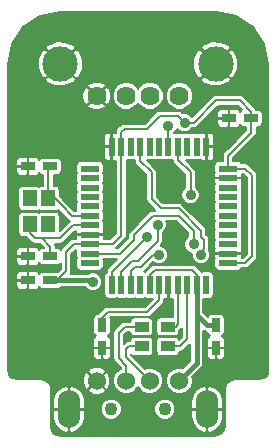
<source format=gbl>
G04 #@! TF.FileFunction,Copper,L2,Bot,Signal*
%FSLAX46Y46*%
G04 Gerber Fmt 4.6, Leading zero omitted, Abs format (unit mm)*
G04 Created by KiCad (PCBNEW (2014-12-10 BZR 5319)-product) date 2015年02月02日 11時42分02秒*
%MOMM*%
G01*
G04 APERTURE LIST*
%ADD10C,0.100000*%
%ADD11R,0.750000X1.200000*%
%ADD12R,1.200000X0.750000*%
%ADD13C,1.524000*%
%ADD14C,1.100000*%
%ADD15O,1.900000X3.200000*%
%ADD16R,1.200000X0.900000*%
%ADD17R,0.560000X1.600000*%
%ADD18R,1.600000X0.560000*%
%ADD19R,1.200000X1.400000*%
%ADD20C,1.620000*%
%ADD21C,3.000000*%
%ADD22C,0.889000*%
%ADD23C,0.152400*%
%ADD24C,0.200000*%
%ADD25C,0.400000*%
G04 APERTURE END LIST*
D10*
D11*
X18034000Y-26926500D03*
X18034000Y-28826500D03*
X8382000Y-26926500D03*
X8382000Y-28826500D03*
D12*
X3998000Y-23114000D03*
X2098000Y-23114000D03*
X3998000Y-21082000D03*
X2098000Y-21082000D03*
X3998000Y-13462000D03*
X2098000Y-13462000D03*
X21016000Y-9398000D03*
X19116000Y-9398000D03*
D13*
X12430000Y-31623000D03*
X10430000Y-31623000D03*
X7930000Y-31623000D03*
X14930000Y-31623000D03*
D14*
X9180000Y-34023000D03*
X13680000Y-34023000D03*
D15*
X5580000Y-34023000D03*
X17280000Y-34023000D03*
D16*
X13927000Y-27051000D03*
X11727000Y-27051000D03*
X11727000Y-28702000D03*
X13927000Y-28702000D03*
D17*
X17208000Y-23503000D03*
X16408000Y-23503000D03*
X15608000Y-23503000D03*
X14808000Y-23503000D03*
X14008000Y-23503000D03*
X13208000Y-23503000D03*
X12408000Y-23503000D03*
X11608000Y-23503000D03*
X10808000Y-23503000D03*
X10008000Y-23503000D03*
X9208000Y-23503000D03*
D18*
X7358000Y-21653000D03*
X7358000Y-20853000D03*
X7358000Y-20053000D03*
X7358000Y-19253000D03*
X7358000Y-18453000D03*
X7358000Y-17653000D03*
X7358000Y-16853000D03*
X7358000Y-16053000D03*
X7358000Y-15253000D03*
X7358000Y-14453000D03*
X7358000Y-13653000D03*
D17*
X9208000Y-11803000D03*
X10008000Y-11803000D03*
X10808000Y-11803000D03*
X11608000Y-11803000D03*
X12408000Y-11803000D03*
X13208000Y-11803000D03*
X14008000Y-11803000D03*
X14808000Y-11803000D03*
X15608000Y-11803000D03*
X16408000Y-11803000D03*
X17208000Y-11803000D03*
D18*
X19058000Y-13653000D03*
X19058000Y-14453000D03*
X19058000Y-15253000D03*
X19058000Y-16053000D03*
X19058000Y-16853000D03*
X19058000Y-17653000D03*
X19058000Y-18453000D03*
X19058000Y-19253000D03*
X19058000Y-20053000D03*
X19058000Y-20853000D03*
X19058000Y-21653000D03*
D19*
X2248000Y-18372000D03*
X2248000Y-16172000D03*
X3848000Y-18372000D03*
X3848000Y-16172000D03*
D20*
X7930000Y-7493000D03*
X10430000Y-7493000D03*
X12430000Y-7493000D03*
X14930000Y-7493000D03*
D21*
X4860000Y-4783000D03*
X18000000Y-4783000D03*
D22*
X13779500Y-25590500D03*
X13652500Y-30226000D03*
X17208500Y-14414500D03*
X13716000Y-14541500D03*
X9017000Y-13843000D03*
X11430000Y-9271000D03*
X11430000Y-14859000D03*
X15367000Y-9779000D03*
X7620000Y-23241000D03*
X16764000Y-20955000D03*
X16129000Y-20066000D03*
X15875000Y-15875000D03*
X13208000Y-20955000D03*
X13081000Y-18415000D03*
X12192000Y-19431000D03*
X13970000Y-10033000D03*
D23*
X14008000Y-23503000D02*
X14008000Y-25362000D01*
X14008000Y-25362000D02*
X13779500Y-25590500D01*
X7930000Y-31623000D02*
X7937500Y-31623000D01*
X7937500Y-31623000D02*
X9271000Y-32956500D01*
X13716000Y-30289500D02*
X13652500Y-30226000D01*
X13716000Y-32448500D02*
X13716000Y-30289500D01*
X13208000Y-32956500D02*
X13716000Y-32448500D01*
X9271000Y-32956500D02*
X13208000Y-32956500D01*
D24*
X19058000Y-14453000D02*
X17247000Y-14453000D01*
X17247000Y-14453000D02*
X17208500Y-14414500D01*
D23*
X9208000Y-11803000D02*
X9208000Y-13652000D01*
X9208000Y-13652000D02*
X9017000Y-13843000D01*
D24*
X8382000Y-26926500D02*
X8382000Y-26289000D01*
X8382000Y-26289000D02*
X8890000Y-25781000D01*
X13208000Y-24765000D02*
X12192000Y-25781000D01*
X12192000Y-25781000D02*
X8890000Y-25781000D01*
X13208000Y-23503000D02*
X13208000Y-24765000D01*
D25*
X18034000Y-26926500D02*
X17274500Y-26926500D01*
X17274500Y-26926500D02*
X16408000Y-26060000D01*
X16408000Y-23503000D02*
X16408000Y-26060000D01*
X16408000Y-26060000D02*
X16408000Y-30145000D01*
X16408000Y-30145000D02*
X14930000Y-31623000D01*
D24*
X12408000Y-23503000D02*
X12408000Y-22644000D01*
X16408000Y-22631000D02*
X16408000Y-23503000D01*
X16002000Y-22225000D02*
X16408000Y-22631000D01*
X12827000Y-22225000D02*
X16002000Y-22225000D01*
X12408000Y-22644000D02*
X12827000Y-22225000D01*
X12408000Y-23503000D02*
X12408000Y-22771000D01*
X13271500Y-9207500D02*
X14795500Y-9207500D01*
X14795500Y-9207500D02*
X14859000Y-9271000D01*
X12192000Y-10287000D02*
X13271500Y-9207500D01*
X12192000Y-10287000D02*
X10287000Y-10287000D01*
X18034000Y-7874000D02*
X20066000Y-7874000D01*
X20066000Y-7874000D02*
X21016000Y-8824000D01*
X21016000Y-9398000D02*
X21016000Y-8824000D01*
X15367000Y-9779000D02*
X16129000Y-9779000D01*
X16129000Y-9779000D02*
X18034000Y-7874000D01*
X15367000Y-9779000D02*
X14859000Y-9271000D01*
X10008000Y-10566000D02*
X10008000Y-11803000D01*
X10008000Y-10566000D02*
X10287000Y-10287000D01*
D25*
X3998000Y-23114000D02*
X7493000Y-23114000D01*
X7493000Y-23114000D02*
X7620000Y-23241000D01*
D24*
X8141000Y-20053000D02*
X7358000Y-20053000D01*
X10008000Y-11803000D02*
X10008000Y-18186000D01*
X5982000Y-20053000D02*
X7358000Y-20053000D01*
X5334000Y-20701000D02*
X5982000Y-20053000D01*
X5334000Y-22352000D02*
X5334000Y-20701000D01*
X4572000Y-23114000D02*
X5334000Y-22352000D01*
X3998000Y-23114000D02*
X4572000Y-23114000D01*
X21082000Y-14224000D02*
X21082000Y-21082000D01*
X20511000Y-13653000D02*
X21082000Y-14224000D01*
X19058000Y-13653000D02*
X20511000Y-13653000D01*
X20511000Y-21653000D02*
X19058000Y-21653000D01*
X21082000Y-21082000D02*
X20511000Y-21653000D01*
X9284000Y-20053000D02*
X10008000Y-19329000D01*
X10008000Y-19329000D02*
X10008000Y-18186000D01*
X7358000Y-20053000D02*
X9284000Y-20053000D01*
X21016000Y-10607000D02*
X19058000Y-12565000D01*
X19058000Y-12565000D02*
X19058000Y-13653000D01*
X21016000Y-9398000D02*
X21016000Y-10607000D01*
X16764000Y-19431000D02*
X17018000Y-19685000D01*
X16764000Y-20701000D02*
X17018000Y-20447000D01*
X16764000Y-20955000D02*
X16764000Y-20701000D01*
X16764000Y-18923000D02*
X16764000Y-19431000D01*
X14859000Y-17018000D02*
X16764000Y-18923000D01*
X17018000Y-20447000D02*
X17018000Y-19685000D01*
X11608000Y-11803000D02*
X11608000Y-13005000D01*
X12573000Y-13970000D02*
X12573000Y-16256000D01*
X11608000Y-13005000D02*
X12573000Y-13970000D01*
X14859000Y-17018000D02*
X14859000Y-17018000D01*
X13335000Y-17018000D02*
X13081000Y-16764000D01*
X13081000Y-16764000D02*
X12573000Y-16256000D01*
X14859000Y-17018000D02*
X13335000Y-17018000D01*
X10668000Y-28702000D02*
X10414000Y-28956000D01*
X10414000Y-28956000D02*
X10414000Y-29607000D01*
X10414000Y-29607000D02*
X12430000Y-31623000D01*
X11727000Y-28702000D02*
X10668000Y-28702000D01*
X10430000Y-30369000D02*
X9779000Y-29718000D01*
X9779000Y-29718000D02*
X9779000Y-27559000D01*
X9779000Y-27559000D02*
X10287000Y-27051000D01*
X10287000Y-27051000D02*
X11727000Y-27051000D01*
X10430000Y-31623000D02*
X10430000Y-30369000D01*
X7358000Y-20853000D02*
X9881000Y-20853000D01*
X11049000Y-19685000D02*
X11049000Y-19304000D01*
X9881000Y-20853000D02*
X11049000Y-19685000D01*
X16129000Y-20066000D02*
X16129000Y-18923000D01*
X16129000Y-18923000D02*
X14859000Y-17653000D01*
X14859000Y-17653000D02*
X12700000Y-17653000D01*
X12700000Y-17653000D02*
X11049000Y-19304000D01*
X14808000Y-12903000D02*
X15875000Y-13970000D01*
X15875000Y-13970000D02*
X15875000Y-15875000D01*
X14808000Y-11803000D02*
X14808000Y-12903000D01*
X10808000Y-22339000D02*
X11176000Y-21971000D01*
X10808000Y-23503000D02*
X10808000Y-22339000D01*
X12700000Y-20955000D02*
X11684000Y-21971000D01*
X11684000Y-21971000D02*
X11176000Y-21971000D01*
X13208000Y-20955000D02*
X12700000Y-20955000D01*
X10008000Y-22377000D02*
X10922000Y-21463000D01*
X10922000Y-21463000D02*
X11430000Y-21463000D01*
X11430000Y-21463000D02*
X13081000Y-19812000D01*
X13081000Y-19812000D02*
X13081000Y-18415000D01*
X10008000Y-23503000D02*
X10008000Y-22377000D01*
X9208000Y-22415000D02*
X10668000Y-20955000D01*
X9208000Y-23503000D02*
X9208000Y-22415000D01*
X12192000Y-19431000D02*
X10668000Y-20955000D01*
X3998000Y-21082000D02*
X3998000Y-21016000D01*
X5931000Y-18453000D02*
X7358000Y-18453000D01*
X4826000Y-19558000D02*
X5931000Y-18453000D01*
X3302000Y-19558000D02*
X4826000Y-19558000D01*
X2248000Y-18372000D02*
X2248000Y-18631000D01*
X2667000Y-19558000D02*
X3175000Y-19558000D01*
X2248000Y-19139000D02*
X2667000Y-19558000D01*
X3175000Y-19558000D02*
X3302000Y-19558000D01*
X2248000Y-18372000D02*
X2248000Y-19139000D01*
X3998000Y-20254000D02*
X3302000Y-19558000D01*
X3998000Y-21082000D02*
X3998000Y-20254000D01*
X5842000Y-17653000D02*
X4953000Y-16764000D01*
X7358000Y-17653000D02*
X5842000Y-17653000D01*
X3848000Y-13612000D02*
X3998000Y-13462000D01*
X3848000Y-16172000D02*
X3848000Y-13612000D01*
X4361000Y-16172000D02*
X4953000Y-16764000D01*
X3848000Y-16172000D02*
X4361000Y-16172000D01*
X14808000Y-26848000D02*
X14605000Y-27051000D01*
X14605000Y-27051000D02*
X13927000Y-27051000D01*
X14808000Y-23503000D02*
X14808000Y-26848000D01*
X14986000Y-28702000D02*
X15608000Y-28080000D01*
X15608000Y-28080000D02*
X15608000Y-23503000D01*
X13927000Y-28702000D02*
X14986000Y-28702000D01*
X14008000Y-10071000D02*
X14008000Y-11803000D01*
X13970000Y-10033000D02*
X14008000Y-10071000D01*
G36*
X12883604Y-17203000D02*
X12700000Y-17203000D01*
X12527793Y-17237253D01*
X12381802Y-17334802D01*
X10730802Y-18985802D01*
X10633254Y-19131792D01*
X10599000Y-19304000D01*
X10599000Y-19498604D01*
X9694604Y-20403000D01*
X9554603Y-20403000D01*
X9602198Y-20371198D01*
X10326198Y-19647198D01*
X10423746Y-19501208D01*
X10423747Y-19501207D01*
X10458000Y-19329000D01*
X10458000Y-18186000D01*
X10458000Y-12945819D01*
X10528000Y-12959857D01*
X11088000Y-12959857D01*
X11158000Y-12946275D01*
X11158000Y-13005000D01*
X11192254Y-13177208D01*
X11289802Y-13323198D01*
X12123000Y-14156396D01*
X12123000Y-16256000D01*
X12157254Y-16428208D01*
X12254802Y-16574198D01*
X12762802Y-17082198D01*
X12883604Y-17203000D01*
X12883604Y-17203000D01*
G37*
X12883604Y-17203000D02*
X12700000Y-17203000D01*
X12527793Y-17237253D01*
X12381802Y-17334802D01*
X10730802Y-18985802D01*
X10633254Y-19131792D01*
X10599000Y-19304000D01*
X10599000Y-19498604D01*
X9694604Y-20403000D01*
X9554603Y-20403000D01*
X9602198Y-20371198D01*
X10326198Y-19647198D01*
X10423746Y-19501208D01*
X10423747Y-19501207D01*
X10458000Y-19329000D01*
X10458000Y-18186000D01*
X10458000Y-12945819D01*
X10528000Y-12959857D01*
X11088000Y-12959857D01*
X11158000Y-12946275D01*
X11158000Y-13005000D01*
X11192254Y-13177208D01*
X11289802Y-13323198D01*
X12123000Y-14156396D01*
X12123000Y-16256000D01*
X12157254Y-16428208D01*
X12254802Y-16574198D01*
X12762802Y-17082198D01*
X12883604Y-17203000D01*
G36*
X22460000Y-30694603D02*
X22396202Y-31015334D01*
X22236838Y-31253838D01*
X21998334Y-31413202D01*
X21972857Y-31418269D01*
X21972857Y-9773000D01*
X21972857Y-9023000D01*
X21946964Y-8889546D01*
X21869914Y-8772253D01*
X21753597Y-8693737D01*
X21616000Y-8666143D01*
X21434600Y-8666143D01*
X21431746Y-8651793D01*
X21431746Y-8651792D01*
X21334198Y-8505802D01*
X20384198Y-7555802D01*
X20238208Y-7458254D01*
X20066000Y-7424000D01*
X19909304Y-7424000D01*
X19909304Y-4455285D01*
X19638556Y-3749572D01*
X19581811Y-3664648D01*
X19316670Y-3501685D01*
X19281315Y-3537040D01*
X19281315Y-3466330D01*
X19118352Y-3201189D01*
X18427889Y-2893623D01*
X17672285Y-2873696D01*
X16966572Y-3144444D01*
X16881648Y-3201189D01*
X16718685Y-3466330D01*
X18000000Y-4747645D01*
X19281315Y-3466330D01*
X19281315Y-3537040D01*
X18035355Y-4783000D01*
X19316670Y-6064315D01*
X19581811Y-5901352D01*
X19889377Y-5210889D01*
X19909304Y-4455285D01*
X19909304Y-7424000D01*
X19281315Y-7424000D01*
X19281315Y-6099670D01*
X18000000Y-4818355D01*
X17964645Y-4853710D01*
X17964645Y-4783000D01*
X16683330Y-3501685D01*
X16418189Y-3664648D01*
X16110623Y-4355111D01*
X16090696Y-5110715D01*
X16361444Y-5816428D01*
X16418189Y-5901352D01*
X16683330Y-6064315D01*
X17964645Y-4783000D01*
X17964645Y-4853710D01*
X16718685Y-6099670D01*
X16881648Y-6364811D01*
X17572111Y-6672377D01*
X18327715Y-6692304D01*
X19033428Y-6421556D01*
X19118352Y-6364811D01*
X19281315Y-6099670D01*
X19281315Y-7424000D01*
X18034000Y-7424000D01*
X17861792Y-7458254D01*
X17715802Y-7555802D01*
X16090201Y-9181402D01*
X16090201Y-7263274D01*
X15913974Y-6836771D01*
X15587945Y-6510173D01*
X15161751Y-6333202D01*
X14700274Y-6332799D01*
X14273771Y-6509026D01*
X13947173Y-6835055D01*
X13770202Y-7261249D01*
X13769799Y-7722726D01*
X13946026Y-8149229D01*
X14272055Y-8475827D01*
X14698249Y-8652798D01*
X15159726Y-8653201D01*
X15586229Y-8476974D01*
X15912827Y-8150945D01*
X16089798Y-7724751D01*
X16090201Y-7263274D01*
X16090201Y-9181402D01*
X15991543Y-9280060D01*
X15817636Y-9105849D01*
X15525729Y-8984638D01*
X15209658Y-8984363D01*
X15209021Y-8984625D01*
X15177198Y-8952802D01*
X15113698Y-8889302D01*
X14967708Y-8791754D01*
X14795500Y-8757500D01*
X13590201Y-8757500D01*
X13590201Y-7263274D01*
X13413974Y-6836771D01*
X13087945Y-6510173D01*
X12661751Y-6333202D01*
X12200274Y-6332799D01*
X11773771Y-6509026D01*
X11447173Y-6835055D01*
X11430177Y-6875985D01*
X11413974Y-6836771D01*
X11087945Y-6510173D01*
X10661751Y-6333202D01*
X10200274Y-6332799D01*
X9773771Y-6509026D01*
X9447173Y-6835055D01*
X9270202Y-7261249D01*
X9269799Y-7722726D01*
X9446026Y-8149229D01*
X9772055Y-8475827D01*
X10198249Y-8652798D01*
X10659726Y-8653201D01*
X11086229Y-8476974D01*
X11412827Y-8150945D01*
X11429822Y-8110014D01*
X11446026Y-8149229D01*
X11772055Y-8475827D01*
X12198249Y-8652798D01*
X12659726Y-8653201D01*
X13086229Y-8476974D01*
X13412827Y-8150945D01*
X13589798Y-7724751D01*
X13590201Y-7263274D01*
X13590201Y-8757500D01*
X13271500Y-8757500D01*
X13099293Y-8791753D01*
X12953302Y-8889302D01*
X12005604Y-9837000D01*
X10287000Y-9837000D01*
X10114793Y-9871253D01*
X9968802Y-9968802D01*
X9689802Y-10247802D01*
X9592254Y-10393792D01*
X9558000Y-10566000D01*
X9558000Y-10603000D01*
X9408435Y-10603000D01*
X9333000Y-10603000D01*
X9233000Y-10703000D01*
X9233000Y-11778000D01*
X9253000Y-11778000D01*
X9253000Y-11828000D01*
X9233000Y-11828000D01*
X9233000Y-12903000D01*
X9333000Y-13003000D01*
X9408435Y-13003000D01*
X9558000Y-13003000D01*
X9558000Y-18186000D01*
X9558000Y-19142604D01*
X9183000Y-19517604D01*
X9183000Y-12903000D01*
X9183000Y-11828000D01*
X9183000Y-11778000D01*
X9183000Y-10703000D01*
X9144355Y-10664355D01*
X9144355Y-7275353D01*
X8968627Y-6827207D01*
X8942578Y-6788221D01*
X8749133Y-6709222D01*
X8713778Y-6744577D01*
X8713778Y-6673867D01*
X8634779Y-6480422D01*
X8193634Y-6287792D01*
X7712353Y-6278645D01*
X7264207Y-6454373D01*
X7225221Y-6480422D01*
X7146222Y-6673867D01*
X7930000Y-7457645D01*
X8713778Y-6673867D01*
X8713778Y-6744577D01*
X7965355Y-7493000D01*
X8749133Y-8276778D01*
X8942578Y-8197779D01*
X9135208Y-7756634D01*
X9144355Y-7275353D01*
X9144355Y-10664355D01*
X9083000Y-10603000D01*
X9007565Y-10603000D01*
X8848435Y-10603000D01*
X8713778Y-10658776D01*
X8713778Y-8312133D01*
X7930000Y-7528355D01*
X7894645Y-7563710D01*
X7894645Y-7493000D01*
X7110867Y-6709222D01*
X6917422Y-6788221D01*
X6769304Y-7127428D01*
X6769304Y-4455285D01*
X6498556Y-3749572D01*
X6441811Y-3664648D01*
X6176670Y-3501685D01*
X6141315Y-3537040D01*
X6141315Y-3466330D01*
X5978352Y-3201189D01*
X5287889Y-2893623D01*
X4532285Y-2873696D01*
X3826572Y-3144444D01*
X3741648Y-3201189D01*
X3578685Y-3466330D01*
X4860000Y-4747645D01*
X6141315Y-3466330D01*
X6141315Y-3537040D01*
X4895355Y-4783000D01*
X6176670Y-6064315D01*
X6441811Y-5901352D01*
X6749377Y-5210889D01*
X6769304Y-4455285D01*
X6769304Y-7127428D01*
X6724792Y-7229366D01*
X6715645Y-7710647D01*
X6891373Y-8158793D01*
X6917422Y-8197779D01*
X7110867Y-8276778D01*
X7894645Y-7493000D01*
X7894645Y-7563710D01*
X7146222Y-8312133D01*
X7225221Y-8505578D01*
X7666366Y-8698208D01*
X8147647Y-8707355D01*
X8595793Y-8531627D01*
X8634779Y-8505578D01*
X8713778Y-8312133D01*
X8713778Y-10658776D01*
X8701418Y-10663896D01*
X8588896Y-10776418D01*
X8528000Y-10923435D01*
X8528000Y-11678000D01*
X8628000Y-11778000D01*
X9183000Y-11778000D01*
X9183000Y-11828000D01*
X8628000Y-11828000D01*
X8528000Y-11928000D01*
X8528000Y-12682565D01*
X8588896Y-12829582D01*
X8701418Y-12942104D01*
X8848435Y-13003000D01*
X9007565Y-13003000D01*
X9083000Y-13003000D01*
X9183000Y-12903000D01*
X9183000Y-19517604D01*
X9097604Y-19603000D01*
X8558000Y-19603000D01*
X8558000Y-19453435D01*
X8558000Y-19378000D01*
X8458000Y-19278000D01*
X7383000Y-19278000D01*
X7383000Y-19298000D01*
X7333000Y-19298000D01*
X7333000Y-19278000D01*
X6258000Y-19278000D01*
X6158000Y-19378000D01*
X6158000Y-19453435D01*
X6158000Y-19603000D01*
X5982000Y-19603000D01*
X5809792Y-19637254D01*
X5663802Y-19734802D01*
X5015802Y-20382802D01*
X4918254Y-20528792D01*
X4913910Y-20550629D01*
X4851914Y-20456253D01*
X4735597Y-20377737D01*
X4598000Y-20350143D01*
X4448000Y-20350143D01*
X4448000Y-20254000D01*
X4413747Y-20081793D01*
X4413746Y-20081792D01*
X4364439Y-20008000D01*
X4826000Y-20008000D01*
X4998207Y-19973746D01*
X4998208Y-19973746D01*
X5144198Y-19876198D01*
X6117396Y-18903000D01*
X6158000Y-18903000D01*
X6158000Y-19052565D01*
X6158000Y-19128000D01*
X6258000Y-19228000D01*
X7333000Y-19228000D01*
X7333000Y-19208000D01*
X7383000Y-19208000D01*
X7383000Y-19228000D01*
X8458000Y-19228000D01*
X8558000Y-19128000D01*
X8558000Y-19052565D01*
X8558000Y-18893435D01*
X8507252Y-18770919D01*
X8514857Y-18733000D01*
X8514857Y-18173000D01*
X8491189Y-18051016D01*
X8514857Y-17933000D01*
X8514857Y-17373000D01*
X8491189Y-17251016D01*
X8514857Y-17133000D01*
X8514857Y-16573000D01*
X8491189Y-16451016D01*
X8514857Y-16333000D01*
X8514857Y-15773000D01*
X8491189Y-15651016D01*
X8514857Y-15533000D01*
X8514857Y-14973000D01*
X8491189Y-14851016D01*
X8514857Y-14733000D01*
X8514857Y-14173000D01*
X8491189Y-14051016D01*
X8514857Y-13933000D01*
X8514857Y-13373000D01*
X8488964Y-13239546D01*
X8411914Y-13122253D01*
X8295597Y-13043737D01*
X8158000Y-13016143D01*
X6558000Y-13016143D01*
X6424546Y-13042036D01*
X6307253Y-13119086D01*
X6228737Y-13235403D01*
X6201143Y-13373000D01*
X6201143Y-13933000D01*
X6224810Y-14054983D01*
X6201143Y-14173000D01*
X6201143Y-14733000D01*
X6224810Y-14854983D01*
X6201143Y-14973000D01*
X6201143Y-15533000D01*
X6224810Y-15654983D01*
X6201143Y-15773000D01*
X6201143Y-16333000D01*
X6224810Y-16454983D01*
X6201143Y-16573000D01*
X6201143Y-17133000D01*
X6214724Y-17203000D01*
X6141315Y-17203000D01*
X6141315Y-6099670D01*
X4860000Y-4818355D01*
X4824645Y-4853710D01*
X4824645Y-4783000D01*
X3543330Y-3501685D01*
X3278189Y-3664648D01*
X2970623Y-4355111D01*
X2950696Y-5110715D01*
X3221444Y-5816428D01*
X3278189Y-5901352D01*
X3543330Y-6064315D01*
X4824645Y-4783000D01*
X4824645Y-4853710D01*
X3578685Y-6099670D01*
X3741648Y-6364811D01*
X4432111Y-6672377D01*
X5187715Y-6692304D01*
X5893428Y-6421556D01*
X5978352Y-6364811D01*
X6141315Y-6099670D01*
X6141315Y-17203000D01*
X6028396Y-17203000D01*
X5271198Y-16445802D01*
X4804857Y-15979461D01*
X4804857Y-15472000D01*
X4778964Y-15338546D01*
X4701914Y-15221253D01*
X4585597Y-15142737D01*
X4448000Y-15115143D01*
X4298000Y-15115143D01*
X4298000Y-14193857D01*
X4598000Y-14193857D01*
X4731454Y-14167964D01*
X4848747Y-14090914D01*
X4927263Y-13974597D01*
X4954857Y-13837000D01*
X4954857Y-13087000D01*
X4928964Y-12953546D01*
X4851914Y-12836253D01*
X4735597Y-12757737D01*
X4598000Y-12730143D01*
X3398000Y-12730143D01*
X3264546Y-12756036D01*
X3147253Y-12833086D01*
X3071975Y-12944605D01*
X3037104Y-12860418D01*
X2924582Y-12747896D01*
X2777565Y-12687000D01*
X2223000Y-12687000D01*
X2123000Y-12787000D01*
X2123000Y-13437000D01*
X2143000Y-13437000D01*
X2143000Y-13487000D01*
X2123000Y-13487000D01*
X2123000Y-14137000D01*
X2223000Y-14237000D01*
X2777565Y-14237000D01*
X2924582Y-14176104D01*
X3037104Y-14063582D01*
X3072336Y-13978522D01*
X3144086Y-14087747D01*
X3260403Y-14166263D01*
X3398000Y-14193857D01*
X3398000Y-15115143D01*
X3248000Y-15115143D01*
X3114546Y-15141036D01*
X3047917Y-15184804D01*
X2985597Y-15142737D01*
X2848000Y-15115143D01*
X2073000Y-15115143D01*
X2073000Y-14137000D01*
X2073000Y-13487000D01*
X2073000Y-13437000D01*
X2073000Y-12787000D01*
X1973000Y-12687000D01*
X1418435Y-12687000D01*
X1271418Y-12747896D01*
X1158896Y-12860418D01*
X1098000Y-13007435D01*
X1098000Y-13166565D01*
X1098000Y-13337000D01*
X1198000Y-13437000D01*
X2073000Y-13437000D01*
X2073000Y-13487000D01*
X1198000Y-13487000D01*
X1098000Y-13587000D01*
X1098000Y-13757435D01*
X1098000Y-13916565D01*
X1158896Y-14063582D01*
X1271418Y-14176104D01*
X1418435Y-14237000D01*
X1973000Y-14237000D01*
X2073000Y-14137000D01*
X2073000Y-15115143D01*
X1648000Y-15115143D01*
X1514546Y-15141036D01*
X1397253Y-15218086D01*
X1318737Y-15334403D01*
X1291143Y-15472000D01*
X1291143Y-16872000D01*
X1317036Y-17005454D01*
X1394086Y-17122747D01*
X1510403Y-17201263D01*
X1648000Y-17228857D01*
X2848000Y-17228857D01*
X2981454Y-17202964D01*
X3048082Y-17159195D01*
X3110403Y-17201263D01*
X3248000Y-17228857D01*
X4448000Y-17228857D01*
X4581454Y-17202964D01*
X4686538Y-17133934D01*
X5523802Y-17971198D01*
X5669792Y-18068746D01*
X5669793Y-18068746D01*
X5702056Y-18075163D01*
X5612802Y-18134802D01*
X4804857Y-18942747D01*
X4804857Y-17672000D01*
X4778964Y-17538546D01*
X4701914Y-17421253D01*
X4585597Y-17342737D01*
X4448000Y-17315143D01*
X3248000Y-17315143D01*
X3114546Y-17341036D01*
X3047917Y-17384804D01*
X2985597Y-17342737D01*
X2848000Y-17315143D01*
X1648000Y-17315143D01*
X1514546Y-17341036D01*
X1397253Y-17418086D01*
X1318737Y-17534403D01*
X1291143Y-17672000D01*
X1291143Y-19072000D01*
X1317036Y-19205454D01*
X1394086Y-19322747D01*
X1510403Y-19401263D01*
X1648000Y-19428857D01*
X1910865Y-19428857D01*
X1929802Y-19457198D01*
X2348802Y-19876198D01*
X2494792Y-19973746D01*
X2667000Y-20008000D01*
X3115604Y-20008000D01*
X3457747Y-20350143D01*
X3398000Y-20350143D01*
X3264546Y-20376036D01*
X3147253Y-20453086D01*
X3071975Y-20564605D01*
X3037104Y-20480418D01*
X2924582Y-20367896D01*
X2777565Y-20307000D01*
X2223000Y-20307000D01*
X2123000Y-20407000D01*
X2123000Y-21057000D01*
X2143000Y-21057000D01*
X2143000Y-21107000D01*
X2123000Y-21107000D01*
X2123000Y-21757000D01*
X2223000Y-21857000D01*
X2777565Y-21857000D01*
X2924582Y-21796104D01*
X3037104Y-21683582D01*
X3072336Y-21598522D01*
X3144086Y-21707747D01*
X3260403Y-21786263D01*
X3398000Y-21813857D01*
X4598000Y-21813857D01*
X4731454Y-21787964D01*
X4848747Y-21710914D01*
X4884000Y-21658688D01*
X4884000Y-22165604D01*
X4655858Y-22393745D01*
X4598000Y-22382143D01*
X3398000Y-22382143D01*
X3264546Y-22408036D01*
X3147253Y-22485086D01*
X3071975Y-22596605D01*
X3037104Y-22512418D01*
X2924582Y-22399896D01*
X2777565Y-22339000D01*
X2223000Y-22339000D01*
X2123000Y-22439000D01*
X2123000Y-23089000D01*
X2143000Y-23089000D01*
X2143000Y-23139000D01*
X2123000Y-23139000D01*
X2123000Y-23789000D01*
X2223000Y-23889000D01*
X2777565Y-23889000D01*
X2924582Y-23828104D01*
X3037104Y-23715582D01*
X3072336Y-23630522D01*
X3144086Y-23739747D01*
X3260403Y-23818263D01*
X3398000Y-23845857D01*
X4598000Y-23845857D01*
X4731454Y-23819964D01*
X4848747Y-23742914D01*
X4902015Y-23664000D01*
X6935130Y-23664000D01*
X6946063Y-23690460D01*
X7169364Y-23914151D01*
X7461271Y-24035362D01*
X7777342Y-24035637D01*
X8069460Y-23914937D01*
X8293151Y-23691636D01*
X8414362Y-23399729D01*
X8414637Y-23083658D01*
X8293937Y-22791540D01*
X8070636Y-22567849D01*
X7778729Y-22446638D01*
X7462658Y-22446363D01*
X7177953Y-22564000D01*
X5723157Y-22564000D01*
X5749746Y-22524208D01*
X5749746Y-22524207D01*
X5784000Y-22352000D01*
X5784000Y-20887396D01*
X6168396Y-20503000D01*
X6215180Y-20503000D01*
X6201143Y-20573000D01*
X6201143Y-21133000D01*
X6224810Y-21254983D01*
X6201143Y-21373000D01*
X6201143Y-21933000D01*
X6227036Y-22066454D01*
X6304086Y-22183747D01*
X6420403Y-22262263D01*
X6558000Y-22289857D01*
X8158000Y-22289857D01*
X8291454Y-22263964D01*
X8408747Y-22186914D01*
X8487263Y-22070597D01*
X8514857Y-21933000D01*
X8514857Y-21373000D01*
X8501275Y-21303000D01*
X9683604Y-21303000D01*
X8889802Y-22096802D01*
X8792254Y-22242792D01*
X8762337Y-22393193D01*
X8677253Y-22449086D01*
X8598737Y-22565403D01*
X8571143Y-22703000D01*
X8571143Y-24303000D01*
X8597036Y-24436454D01*
X8674086Y-24553747D01*
X8790403Y-24632263D01*
X8928000Y-24659857D01*
X9488000Y-24659857D01*
X9609983Y-24636189D01*
X9728000Y-24659857D01*
X10288000Y-24659857D01*
X10409983Y-24636189D01*
X10528000Y-24659857D01*
X11088000Y-24659857D01*
X11209983Y-24636189D01*
X11328000Y-24659857D01*
X11888000Y-24659857D01*
X12009983Y-24636189D01*
X12128000Y-24659857D01*
X12676747Y-24659857D01*
X12005604Y-25331000D01*
X8890000Y-25331000D01*
X8717792Y-25365254D01*
X8571802Y-25462802D01*
X8064961Y-25969643D01*
X8007000Y-25969643D01*
X7873546Y-25995536D01*
X7756253Y-26072586D01*
X7677737Y-26188903D01*
X7650143Y-26326500D01*
X7650143Y-27526500D01*
X7676036Y-27659954D01*
X7753086Y-27777247D01*
X7864605Y-27852524D01*
X7780418Y-27887396D01*
X7667896Y-27999918D01*
X7607000Y-28146935D01*
X7607000Y-28701500D01*
X7707000Y-28801500D01*
X8357000Y-28801500D01*
X8357000Y-28781500D01*
X8407000Y-28781500D01*
X8407000Y-28801500D01*
X9057000Y-28801500D01*
X9157000Y-28701500D01*
X9157000Y-28146935D01*
X9096104Y-27999918D01*
X8983582Y-27887396D01*
X8898522Y-27852163D01*
X9007747Y-27780414D01*
X9086263Y-27664097D01*
X9113857Y-27526500D01*
X9113857Y-26326500D01*
X9095327Y-26231000D01*
X12192000Y-26231000D01*
X12364207Y-26196746D01*
X12364208Y-26196746D01*
X12510198Y-26099198D01*
X13526198Y-25083198D01*
X13623746Y-24937208D01*
X13623746Y-24937207D01*
X13658000Y-24765000D01*
X13658000Y-24703000D01*
X13807565Y-24703000D01*
X13883000Y-24703000D01*
X13983000Y-24603000D01*
X13983000Y-23528000D01*
X13963000Y-23528000D01*
X13963000Y-23478000D01*
X13983000Y-23478000D01*
X13983000Y-23458000D01*
X14033000Y-23458000D01*
X14033000Y-23478000D01*
X14053000Y-23478000D01*
X14053000Y-23528000D01*
X14033000Y-23528000D01*
X14033000Y-24603000D01*
X14133000Y-24703000D01*
X14208435Y-24703000D01*
X14358000Y-24703000D01*
X14358000Y-26244143D01*
X13327000Y-26244143D01*
X13193546Y-26270036D01*
X13076253Y-26347086D01*
X12997737Y-26463403D01*
X12970143Y-26601000D01*
X12970143Y-27501000D01*
X12996036Y-27634454D01*
X13073086Y-27751747D01*
X13189403Y-27830263D01*
X13327000Y-27857857D01*
X14527000Y-27857857D01*
X14660454Y-27831964D01*
X14777747Y-27754914D01*
X14856263Y-27638597D01*
X14883857Y-27501000D01*
X14883857Y-27395484D01*
X14923198Y-27369198D01*
X15126198Y-27166198D01*
X15158000Y-27118603D01*
X15158000Y-27893604D01*
X14870166Y-28181437D01*
X14857964Y-28118546D01*
X14780914Y-28001253D01*
X14664597Y-27922737D01*
X14527000Y-27895143D01*
X13327000Y-27895143D01*
X13193546Y-27921036D01*
X13076253Y-27998086D01*
X12997737Y-28114403D01*
X12970143Y-28252000D01*
X12970143Y-29152000D01*
X12996036Y-29285454D01*
X13073086Y-29402747D01*
X13189403Y-29481263D01*
X13327000Y-29508857D01*
X14527000Y-29508857D01*
X14660454Y-29482964D01*
X14777747Y-29405914D01*
X14856263Y-29289597D01*
X14883857Y-29152000D01*
X14986000Y-29152000D01*
X15158207Y-29117746D01*
X15158208Y-29117746D01*
X15304198Y-29020198D01*
X15858000Y-28466396D01*
X15858000Y-29917182D01*
X15231177Y-30544004D01*
X15152161Y-30511194D01*
X14709780Y-30510808D01*
X14300926Y-30679743D01*
X13987842Y-30992280D01*
X13818194Y-31400839D01*
X13817808Y-31843220D01*
X13986743Y-32252074D01*
X14299280Y-32565158D01*
X14707839Y-32734806D01*
X15150220Y-32735192D01*
X15559074Y-32566257D01*
X15872158Y-32253720D01*
X16041806Y-31845161D01*
X16042192Y-31402780D01*
X16008815Y-31322002D01*
X16796905Y-30533911D01*
X16796909Y-30533909D01*
X16796909Y-30533908D01*
X16916134Y-30355476D01*
X16958000Y-30145000D01*
X16958001Y-30145000D01*
X16958000Y-30144994D01*
X16958000Y-27363791D01*
X17064024Y-27434634D01*
X17274500Y-27476500D01*
X17302143Y-27476500D01*
X17302143Y-27526500D01*
X17328036Y-27659954D01*
X17405086Y-27777247D01*
X17516605Y-27852524D01*
X17432418Y-27887396D01*
X17319896Y-27999918D01*
X17259000Y-28146935D01*
X17259000Y-28701500D01*
X17359000Y-28801500D01*
X18009000Y-28801500D01*
X18009000Y-28781500D01*
X18059000Y-28781500D01*
X18059000Y-28801500D01*
X18709000Y-28801500D01*
X18809000Y-28701500D01*
X18809000Y-28146935D01*
X18748104Y-27999918D01*
X18635582Y-27887396D01*
X18550522Y-27852163D01*
X18659747Y-27780414D01*
X18738263Y-27664097D01*
X18765857Y-27526500D01*
X18765857Y-26326500D01*
X18739964Y-26193046D01*
X18662914Y-26075753D01*
X18546597Y-25997237D01*
X18409000Y-25969643D01*
X17659000Y-25969643D01*
X17525546Y-25995536D01*
X17408253Y-26072586D01*
X17329737Y-26188903D01*
X17327228Y-26201410D01*
X16958000Y-25832182D01*
X16958000Y-24659857D01*
X17488000Y-24659857D01*
X17621454Y-24633964D01*
X17738747Y-24556914D01*
X17817263Y-24440597D01*
X17844857Y-24303000D01*
X17844857Y-22703000D01*
X17818964Y-22569546D01*
X17741914Y-22452253D01*
X17625597Y-22373737D01*
X17488000Y-22346143D01*
X16928000Y-22346143D01*
X16806016Y-22369810D01*
X16757833Y-22360147D01*
X16726198Y-22312802D01*
X16320198Y-21906802D01*
X16174208Y-21809254D01*
X16002000Y-21775000D01*
X12827000Y-21775000D01*
X12654792Y-21809254D01*
X12508802Y-21906802D01*
X12089802Y-22325802D01*
X12068496Y-22357687D01*
X12068496Y-22357688D01*
X12006016Y-22369810D01*
X11910285Y-22350612D01*
X12002198Y-22289198D01*
X12710345Y-21581050D01*
X12757364Y-21628151D01*
X13049271Y-21749362D01*
X13365342Y-21749637D01*
X13657460Y-21628937D01*
X13881151Y-21405636D01*
X14002362Y-21113729D01*
X14002637Y-20797658D01*
X13881937Y-20505540D01*
X13658636Y-20281849D01*
X13368162Y-20161233D01*
X13399198Y-20130198D01*
X13496746Y-19984208D01*
X13496747Y-19984207D01*
X13531000Y-19812000D01*
X13531000Y-19088397D01*
X13754151Y-18865636D01*
X13875362Y-18573729D01*
X13875637Y-18257658D01*
X13811733Y-18103000D01*
X14672604Y-18103000D01*
X15679000Y-19109396D01*
X15679000Y-19392602D01*
X15455849Y-19615364D01*
X15334638Y-19907271D01*
X15334363Y-20223342D01*
X15455063Y-20515460D01*
X15678364Y-20739151D01*
X15969582Y-20860076D01*
X15969363Y-21112342D01*
X16090063Y-21404460D01*
X16313364Y-21628151D01*
X16605271Y-21749362D01*
X16921342Y-21749637D01*
X17213460Y-21628937D01*
X17437151Y-21405636D01*
X17558362Y-21113729D01*
X17558637Y-20797658D01*
X17450370Y-20535631D01*
X17468000Y-20447000D01*
X17468000Y-19685000D01*
X17433746Y-19512792D01*
X17336198Y-19366802D01*
X17214000Y-19244604D01*
X17214000Y-18923000D01*
X17179746Y-18750793D01*
X17179746Y-18750792D01*
X17082198Y-18604802D01*
X15177198Y-16699802D01*
X15031208Y-16602254D01*
X14859000Y-16568000D01*
X13521396Y-16568000D01*
X13399198Y-16445802D01*
X13023000Y-16069604D01*
X13023000Y-13970000D01*
X12988746Y-13797793D01*
X12988746Y-13797792D01*
X12891198Y-13651802D01*
X12199253Y-12959857D01*
X12688000Y-12959857D01*
X12809983Y-12936189D01*
X12928000Y-12959857D01*
X13488000Y-12959857D01*
X13609983Y-12936189D01*
X13728000Y-12959857D01*
X14288000Y-12959857D01*
X14366288Y-12944667D01*
X14392254Y-13075208D01*
X14489802Y-13221198D01*
X15425000Y-14156396D01*
X15425000Y-15201602D01*
X15201849Y-15424364D01*
X15080638Y-15716271D01*
X15080363Y-16032342D01*
X15201063Y-16324460D01*
X15424364Y-16548151D01*
X15716271Y-16669362D01*
X16032342Y-16669637D01*
X16324460Y-16548937D01*
X16548151Y-16325636D01*
X16669362Y-16033729D01*
X16669637Y-15717658D01*
X16548937Y-15425540D01*
X16325636Y-15201849D01*
X16325000Y-15201584D01*
X16325000Y-13970000D01*
X16290746Y-13797793D01*
X16290746Y-13797792D01*
X16193198Y-13651802D01*
X15501253Y-12959857D01*
X15888000Y-12959857D01*
X16009983Y-12936189D01*
X16128000Y-12959857D01*
X16688000Y-12959857D01*
X16726325Y-12952420D01*
X16848435Y-13003000D01*
X17007565Y-13003000D01*
X17083000Y-13003000D01*
X17183000Y-12903000D01*
X17183000Y-11828000D01*
X17163000Y-11828000D01*
X17163000Y-11778000D01*
X17183000Y-11778000D01*
X17183000Y-10703000D01*
X17083000Y-10603000D01*
X17007565Y-10603000D01*
X16848435Y-10603000D01*
X16725919Y-10653747D01*
X16688000Y-10646143D01*
X16128000Y-10646143D01*
X16006016Y-10669810D01*
X15888000Y-10646143D01*
X15328000Y-10646143D01*
X15206016Y-10669810D01*
X15088000Y-10646143D01*
X14528000Y-10646143D01*
X14468867Y-10657616D01*
X14643151Y-10483636D01*
X14732645Y-10268111D01*
X14916364Y-10452151D01*
X15208271Y-10573362D01*
X15524342Y-10573637D01*
X15816460Y-10452937D01*
X16040151Y-10229636D01*
X16040415Y-10229000D01*
X16129000Y-10229000D01*
X16301207Y-10194746D01*
X16301208Y-10194746D01*
X16447198Y-10097198D01*
X18220396Y-8324000D01*
X19879604Y-8324000D01*
X20261478Y-8705874D01*
X20165253Y-8769086D01*
X20089975Y-8880605D01*
X20055104Y-8796418D01*
X19942582Y-8683896D01*
X19795565Y-8623000D01*
X19241000Y-8623000D01*
X19141000Y-8723000D01*
X19141000Y-9373000D01*
X19161000Y-9373000D01*
X19161000Y-9423000D01*
X19141000Y-9423000D01*
X19141000Y-10073000D01*
X19241000Y-10173000D01*
X19795565Y-10173000D01*
X19942582Y-10112104D01*
X20055104Y-9999582D01*
X20090336Y-9914522D01*
X20162086Y-10023747D01*
X20278403Y-10102263D01*
X20416000Y-10129857D01*
X20566000Y-10129857D01*
X20566000Y-10420604D01*
X19091000Y-11895604D01*
X19091000Y-10073000D01*
X19091000Y-9423000D01*
X19091000Y-9373000D01*
X19091000Y-8723000D01*
X18991000Y-8623000D01*
X18436435Y-8623000D01*
X18289418Y-8683896D01*
X18176896Y-8796418D01*
X18116000Y-8943435D01*
X18116000Y-9102565D01*
X18116000Y-9273000D01*
X18216000Y-9373000D01*
X19091000Y-9373000D01*
X19091000Y-9423000D01*
X18216000Y-9423000D01*
X18116000Y-9523000D01*
X18116000Y-9693435D01*
X18116000Y-9852565D01*
X18176896Y-9999582D01*
X18289418Y-10112104D01*
X18436435Y-10173000D01*
X18991000Y-10173000D01*
X19091000Y-10073000D01*
X19091000Y-11895604D01*
X18739802Y-12246802D01*
X18642254Y-12392792D01*
X18608000Y-12565000D01*
X18608000Y-13016143D01*
X18258000Y-13016143D01*
X18124546Y-13042036D01*
X18007253Y-13119086D01*
X17928737Y-13235403D01*
X17901143Y-13373000D01*
X17901143Y-13933000D01*
X17908579Y-13971325D01*
X17888000Y-14021007D01*
X17888000Y-12682565D01*
X17888000Y-11928000D01*
X17888000Y-11678000D01*
X17888000Y-10923435D01*
X17827104Y-10776418D01*
X17714582Y-10663896D01*
X17567565Y-10603000D01*
X17408435Y-10603000D01*
X17333000Y-10603000D01*
X17233000Y-10703000D01*
X17233000Y-11778000D01*
X17788000Y-11778000D01*
X17888000Y-11678000D01*
X17888000Y-11928000D01*
X17788000Y-11828000D01*
X17233000Y-11828000D01*
X17233000Y-12903000D01*
X17333000Y-13003000D01*
X17408435Y-13003000D01*
X17567565Y-13003000D01*
X17714582Y-12942104D01*
X17827104Y-12829582D01*
X17888000Y-12682565D01*
X17888000Y-14021007D01*
X17858000Y-14093435D01*
X17858000Y-14252565D01*
X17858000Y-14328000D01*
X17958000Y-14428000D01*
X19033000Y-14428000D01*
X19033000Y-14408000D01*
X19083000Y-14408000D01*
X19083000Y-14428000D01*
X20158000Y-14428000D01*
X20258000Y-14328000D01*
X20258000Y-14252565D01*
X20258000Y-14103000D01*
X20324604Y-14103000D01*
X20632000Y-14410396D01*
X20632000Y-20895604D01*
X20324604Y-21203000D01*
X20258000Y-21203000D01*
X20258000Y-21053435D01*
X20258000Y-20978000D01*
X20258000Y-20728000D01*
X20258000Y-20652565D01*
X20258000Y-20493435D01*
X20207252Y-20370919D01*
X20214857Y-20333000D01*
X20214857Y-19773000D01*
X20191189Y-19651016D01*
X20214857Y-19533000D01*
X20214857Y-18973000D01*
X20191189Y-18851016D01*
X20214857Y-18733000D01*
X20214857Y-18173000D01*
X20191189Y-18051016D01*
X20214857Y-17933000D01*
X20214857Y-17373000D01*
X20191189Y-17251016D01*
X20214857Y-17133000D01*
X20214857Y-16573000D01*
X20191189Y-16451016D01*
X20214857Y-16333000D01*
X20214857Y-15773000D01*
X20191189Y-15651016D01*
X20214857Y-15533000D01*
X20214857Y-14973000D01*
X20207420Y-14934674D01*
X20258000Y-14812565D01*
X20258000Y-14653435D01*
X20258000Y-14578000D01*
X20158000Y-14478000D01*
X19083000Y-14478000D01*
X19083000Y-14498000D01*
X19033000Y-14498000D01*
X19033000Y-14478000D01*
X17958000Y-14478000D01*
X17858000Y-14578000D01*
X17858000Y-14653435D01*
X17858000Y-14812565D01*
X17908747Y-14935080D01*
X17901143Y-14973000D01*
X17901143Y-15533000D01*
X17924810Y-15654983D01*
X17901143Y-15773000D01*
X17901143Y-16333000D01*
X17924810Y-16454983D01*
X17901143Y-16573000D01*
X17901143Y-17133000D01*
X17924810Y-17254983D01*
X17901143Y-17373000D01*
X17901143Y-17933000D01*
X17924810Y-18054983D01*
X17901143Y-18173000D01*
X17901143Y-18733000D01*
X17924810Y-18854983D01*
X17901143Y-18973000D01*
X17901143Y-19533000D01*
X17924810Y-19654983D01*
X17901143Y-19773000D01*
X17901143Y-20333000D01*
X17908579Y-20371325D01*
X17858000Y-20493435D01*
X17858000Y-20652565D01*
X17858000Y-20728000D01*
X17958000Y-20828000D01*
X19033000Y-20828000D01*
X19033000Y-20808000D01*
X19083000Y-20808000D01*
X19083000Y-20828000D01*
X20158000Y-20828000D01*
X20258000Y-20728000D01*
X20258000Y-20978000D01*
X20158000Y-20878000D01*
X19083000Y-20878000D01*
X19083000Y-20898000D01*
X19033000Y-20898000D01*
X19033000Y-20878000D01*
X17958000Y-20878000D01*
X17858000Y-20978000D01*
X17858000Y-21053435D01*
X17858000Y-21212565D01*
X17908747Y-21335080D01*
X17901143Y-21373000D01*
X17901143Y-21933000D01*
X17927036Y-22066454D01*
X18004086Y-22183747D01*
X18120403Y-22262263D01*
X18258000Y-22289857D01*
X19858000Y-22289857D01*
X19991454Y-22263964D01*
X20108747Y-22186914D01*
X20165390Y-22103000D01*
X20511000Y-22103000D01*
X20683207Y-22068746D01*
X20683208Y-22068746D01*
X20829198Y-21971198D01*
X21400198Y-21400198D01*
X21497746Y-21254208D01*
X21497746Y-21254207D01*
X21532000Y-21082000D01*
X21532000Y-14224000D01*
X21497746Y-14051793D01*
X21497746Y-14051792D01*
X21400198Y-13905802D01*
X20829198Y-13334802D01*
X20683208Y-13237254D01*
X20511000Y-13203000D01*
X20164956Y-13203000D01*
X20111914Y-13122253D01*
X19995597Y-13043737D01*
X19858000Y-13016143D01*
X19508000Y-13016143D01*
X19508000Y-12751396D01*
X21334198Y-10925198D01*
X21431746Y-10779208D01*
X21431746Y-10779207D01*
X21466000Y-10607000D01*
X21466000Y-10129857D01*
X21616000Y-10129857D01*
X21749454Y-10103964D01*
X21866747Y-10026914D01*
X21945263Y-9910597D01*
X21972857Y-9773000D01*
X21972857Y-31418269D01*
X21677603Y-31477000D01*
X19685000Y-31477000D01*
X19646359Y-31484686D01*
X19606965Y-31484686D01*
X19412561Y-31523354D01*
X19412560Y-31523355D01*
X19310600Y-31565588D01*
X19268370Y-31583081D01*
X19268369Y-31583081D01*
X19268368Y-31583082D01*
X19103563Y-31693201D01*
X19103562Y-31693202D01*
X19103561Y-31693203D01*
X18993203Y-31803561D01*
X18993202Y-31803562D01*
X18993201Y-31803563D01*
X18883082Y-31968368D01*
X18883081Y-31968369D01*
X18848094Y-32052834D01*
X18823355Y-32112560D01*
X18823354Y-32112561D01*
X18809000Y-32184725D01*
X18809000Y-29506065D01*
X18809000Y-28951500D01*
X18709000Y-28851500D01*
X18059000Y-28851500D01*
X18059000Y-29726500D01*
X18159000Y-29826500D01*
X18329435Y-29826500D01*
X18488565Y-29826500D01*
X18635582Y-29765604D01*
X18748104Y-29653082D01*
X18809000Y-29506065D01*
X18809000Y-32184725D01*
X18784686Y-32306964D01*
X18784686Y-32346359D01*
X18777000Y-32385000D01*
X18777000Y-35393604D01*
X18703535Y-35762936D01*
X18630000Y-35872988D01*
X18630000Y-34698000D01*
X18630000Y-34048000D01*
X18630000Y-33998000D01*
X18630000Y-33348000D01*
X18517670Y-32833280D01*
X18216916Y-32400728D01*
X18009000Y-32267304D01*
X18009000Y-29726500D01*
X18009000Y-28851500D01*
X17359000Y-28851500D01*
X17259000Y-28951500D01*
X17259000Y-29506065D01*
X17319896Y-29653082D01*
X17432418Y-29765604D01*
X17579435Y-29826500D01*
X17738565Y-29826500D01*
X17909000Y-29826500D01*
X18009000Y-29726500D01*
X18009000Y-32267304D01*
X17773525Y-32116196D01*
X17515842Y-32043761D01*
X17305000Y-32123250D01*
X17305000Y-33998000D01*
X18630000Y-33998000D01*
X18630000Y-34048000D01*
X17305000Y-34048000D01*
X17305000Y-35922750D01*
X17515842Y-36002239D01*
X17773525Y-35929804D01*
X18216916Y-35645272D01*
X18517670Y-35212720D01*
X18630000Y-34698000D01*
X18630000Y-35872988D01*
X18516642Y-36042641D01*
X18236935Y-36229535D01*
X17867604Y-36303000D01*
X17255000Y-36303000D01*
X17255000Y-35922750D01*
X17255000Y-34048000D01*
X17255000Y-33998000D01*
X17255000Y-32123250D01*
X17044158Y-32043761D01*
X16786475Y-32116196D01*
X16343084Y-32400728D01*
X16042330Y-32833280D01*
X15930000Y-33348000D01*
X15930000Y-33998000D01*
X17255000Y-33998000D01*
X17255000Y-34048000D01*
X15930000Y-34048000D01*
X15930000Y-34698000D01*
X16042330Y-35212720D01*
X16343084Y-35645272D01*
X16786475Y-35929804D01*
X17044158Y-36002239D01*
X17255000Y-35922750D01*
X17255000Y-36303000D01*
X14580156Y-36303000D01*
X14580156Y-33844764D01*
X14443428Y-33513857D01*
X14190475Y-33260462D01*
X13859806Y-33123157D01*
X13542192Y-33122879D01*
X13542192Y-31402780D01*
X13373257Y-30993926D01*
X13060720Y-30680842D01*
X12652161Y-30511194D01*
X12209780Y-30510808D01*
X12028929Y-30585533D01*
X10864000Y-29420604D01*
X10864000Y-29388915D01*
X10873086Y-29402747D01*
X10989403Y-29481263D01*
X11127000Y-29508857D01*
X12327000Y-29508857D01*
X12460454Y-29482964D01*
X12577747Y-29405914D01*
X12656263Y-29289597D01*
X12683857Y-29152000D01*
X12683857Y-28252000D01*
X12657964Y-28118546D01*
X12580914Y-28001253D01*
X12464597Y-27922737D01*
X12327000Y-27895143D01*
X11127000Y-27895143D01*
X10993546Y-27921036D01*
X10876253Y-27998086D01*
X10797737Y-28114403D01*
X10770143Y-28252000D01*
X10668000Y-28252000D01*
X10495792Y-28286254D01*
X10349802Y-28383802D01*
X10229000Y-28504604D01*
X10229000Y-27745396D01*
X10473396Y-27501000D01*
X10770143Y-27501000D01*
X10796036Y-27634454D01*
X10873086Y-27751747D01*
X10989403Y-27830263D01*
X11127000Y-27857857D01*
X12327000Y-27857857D01*
X12460454Y-27831964D01*
X12577747Y-27754914D01*
X12656263Y-27638597D01*
X12683857Y-27501000D01*
X12683857Y-26601000D01*
X12657964Y-26467546D01*
X12580914Y-26350253D01*
X12464597Y-26271737D01*
X12327000Y-26244143D01*
X11127000Y-26244143D01*
X10993546Y-26270036D01*
X10876253Y-26347086D01*
X10797737Y-26463403D01*
X10770143Y-26601000D01*
X10287000Y-26601000D01*
X10114792Y-26635254D01*
X9968802Y-26732802D01*
X9460802Y-27240802D01*
X9363254Y-27386792D01*
X9329000Y-27559000D01*
X9329000Y-29718000D01*
X9363254Y-29890208D01*
X9460802Y-30036198D01*
X9980000Y-30555396D01*
X9980000Y-30605751D01*
X9800926Y-30679743D01*
X9487842Y-30992280D01*
X9318194Y-31400839D01*
X9317808Y-31843220D01*
X9486743Y-32252074D01*
X9799280Y-32565158D01*
X10207839Y-32734806D01*
X10650220Y-32735192D01*
X11059074Y-32566257D01*
X11372158Y-32253720D01*
X11429932Y-32114582D01*
X11486743Y-32252074D01*
X11799280Y-32565158D01*
X12207839Y-32734806D01*
X12650220Y-32735192D01*
X13059074Y-32566257D01*
X13372158Y-32253720D01*
X13541806Y-31845161D01*
X13542192Y-31402780D01*
X13542192Y-33122879D01*
X13501764Y-33122844D01*
X13170857Y-33259572D01*
X12917462Y-33512525D01*
X12780157Y-33843194D01*
X12779844Y-34201236D01*
X12916572Y-34532143D01*
X13169525Y-34785538D01*
X13500194Y-34922843D01*
X13858236Y-34923156D01*
X14189143Y-34786428D01*
X14442538Y-34533475D01*
X14579843Y-34202806D01*
X14580156Y-33844764D01*
X14580156Y-36303000D01*
X10080156Y-36303000D01*
X10080156Y-33844764D01*
X9943428Y-33513857D01*
X9690475Y-33260462D01*
X9359806Y-33123157D01*
X9157000Y-33122979D01*
X9157000Y-29506065D01*
X9157000Y-28951500D01*
X9057000Y-28851500D01*
X8407000Y-28851500D01*
X8407000Y-29726500D01*
X8507000Y-29826500D01*
X8677435Y-29826500D01*
X8836565Y-29826500D01*
X8983582Y-29765604D01*
X9096104Y-29653082D01*
X9157000Y-29506065D01*
X9157000Y-33122979D01*
X9096007Y-33122926D01*
X9096007Y-31413011D01*
X8926890Y-30982784D01*
X8902976Y-30946993D01*
X8714519Y-30873837D01*
X8679163Y-30909192D01*
X8679163Y-30838481D01*
X8606007Y-30650024D01*
X8357000Y-30541541D01*
X8357000Y-29726500D01*
X8357000Y-28851500D01*
X7707000Y-28851500D01*
X7607000Y-28951500D01*
X7607000Y-29506065D01*
X7667896Y-29653082D01*
X7780418Y-29765604D01*
X7927435Y-29826500D01*
X8086565Y-29826500D01*
X8257000Y-29826500D01*
X8357000Y-29726500D01*
X8357000Y-30541541D01*
X8182207Y-30465391D01*
X7720011Y-30456993D01*
X7289784Y-30626110D01*
X7253993Y-30650024D01*
X7180837Y-30838481D01*
X7930000Y-31587645D01*
X8679163Y-30838481D01*
X8679163Y-30909192D01*
X7965355Y-31623000D01*
X8714519Y-32372163D01*
X8902976Y-32299007D01*
X9087609Y-31875207D01*
X9096007Y-31413011D01*
X9096007Y-33122926D01*
X9001764Y-33122844D01*
X8679163Y-33256140D01*
X8679163Y-32407519D01*
X7930000Y-31658355D01*
X7894645Y-31693710D01*
X7894645Y-31623000D01*
X7145481Y-30873837D01*
X6957024Y-30946993D01*
X6772391Y-31370793D01*
X6763993Y-31832989D01*
X6933110Y-32263216D01*
X6957024Y-32299007D01*
X7145481Y-32372163D01*
X7894645Y-31623000D01*
X7894645Y-31693710D01*
X7180837Y-32407519D01*
X7253993Y-32595976D01*
X7677793Y-32780609D01*
X8139989Y-32789007D01*
X8570216Y-32619890D01*
X8606007Y-32595976D01*
X8679163Y-32407519D01*
X8679163Y-33256140D01*
X8670857Y-33259572D01*
X8417462Y-33512525D01*
X8280157Y-33843194D01*
X8279844Y-34201236D01*
X8416572Y-34532143D01*
X8669525Y-34785538D01*
X9000194Y-34922843D01*
X9358236Y-34923156D01*
X9689143Y-34786428D01*
X9942538Y-34533475D01*
X10079843Y-34202806D01*
X10080156Y-33844764D01*
X10080156Y-36303000D01*
X6930000Y-36303000D01*
X6930000Y-34698000D01*
X6930000Y-34048000D01*
X6930000Y-33998000D01*
X6930000Y-33348000D01*
X6817670Y-32833280D01*
X6516916Y-32400728D01*
X6073525Y-32116196D01*
X5815842Y-32043761D01*
X5605000Y-32123250D01*
X5605000Y-33998000D01*
X6930000Y-33998000D01*
X6930000Y-34048000D01*
X5605000Y-34048000D01*
X5605000Y-35922750D01*
X5815842Y-36002239D01*
X6073525Y-35929804D01*
X6516916Y-35645272D01*
X6817670Y-35212720D01*
X6930000Y-34698000D01*
X6930000Y-36303000D01*
X5555000Y-36303000D01*
X5555000Y-35922750D01*
X5555000Y-34048000D01*
X5555000Y-33998000D01*
X5555000Y-32123250D01*
X5344158Y-32043761D01*
X5086475Y-32116196D01*
X4643084Y-32400728D01*
X4342330Y-32833280D01*
X4230000Y-33348000D01*
X4230000Y-33998000D01*
X5555000Y-33998000D01*
X5555000Y-34048000D01*
X4230000Y-34048000D01*
X4230000Y-34698000D01*
X4342330Y-35212720D01*
X4643084Y-35645272D01*
X5086475Y-35929804D01*
X5344158Y-36002239D01*
X5555000Y-35922750D01*
X5555000Y-36303000D01*
X4865396Y-36303000D01*
X4544665Y-36239202D01*
X4306161Y-36079838D01*
X4146797Y-35841334D01*
X4083000Y-35520603D01*
X4083000Y-32385000D01*
X4075314Y-32346359D01*
X4075314Y-32306965D01*
X4036645Y-32112561D01*
X4036645Y-32112560D01*
X3994411Y-32010600D01*
X3976919Y-31968370D01*
X3976918Y-31968369D01*
X3976918Y-31968368D01*
X3866798Y-31803563D01*
X3866798Y-31803562D01*
X3866797Y-31803561D01*
X3756439Y-31693203D01*
X3756438Y-31693202D01*
X3756436Y-31693201D01*
X3591632Y-31583082D01*
X3591631Y-31583081D01*
X3507166Y-31548094D01*
X3447440Y-31523355D01*
X3447438Y-31523354D01*
X3253036Y-31484686D01*
X3213640Y-31484686D01*
X3175000Y-31477000D01*
X2073000Y-31477000D01*
X2073000Y-23789000D01*
X2073000Y-23139000D01*
X2073000Y-23089000D01*
X2073000Y-22439000D01*
X2073000Y-21757000D01*
X2073000Y-21107000D01*
X2073000Y-21057000D01*
X2073000Y-20407000D01*
X1973000Y-20307000D01*
X1418435Y-20307000D01*
X1271418Y-20367896D01*
X1158896Y-20480418D01*
X1098000Y-20627435D01*
X1098000Y-20786565D01*
X1098000Y-20957000D01*
X1198000Y-21057000D01*
X2073000Y-21057000D01*
X2073000Y-21107000D01*
X1198000Y-21107000D01*
X1098000Y-21207000D01*
X1098000Y-21377435D01*
X1098000Y-21536565D01*
X1158896Y-21683582D01*
X1271418Y-21796104D01*
X1418435Y-21857000D01*
X1973000Y-21857000D01*
X2073000Y-21757000D01*
X2073000Y-22439000D01*
X1973000Y-22339000D01*
X1418435Y-22339000D01*
X1271418Y-22399896D01*
X1158896Y-22512418D01*
X1098000Y-22659435D01*
X1098000Y-22818565D01*
X1098000Y-22989000D01*
X1198000Y-23089000D01*
X2073000Y-23089000D01*
X2073000Y-23139000D01*
X1198000Y-23139000D01*
X1098000Y-23239000D01*
X1098000Y-23409435D01*
X1098000Y-23568565D01*
X1158896Y-23715582D01*
X1271418Y-23828104D01*
X1418435Y-23889000D01*
X1973000Y-23889000D01*
X2073000Y-23789000D01*
X2073000Y-31477000D01*
X1182396Y-31477000D01*
X861665Y-31413202D01*
X623161Y-31253838D01*
X463797Y-31015334D01*
X400000Y-30694603D01*
X400000Y-4865395D01*
X744148Y-3135242D01*
X1701886Y-1701886D01*
X3135242Y-744148D01*
X4865395Y-400000D01*
X17994604Y-400000D01*
X19724757Y-744148D01*
X21158113Y-1701886D01*
X22115851Y-3135242D01*
X22460000Y-4865395D01*
X22460000Y-30694603D01*
X22460000Y-30694603D01*
G37*
X22460000Y-30694603D02*
X22396202Y-31015334D01*
X22236838Y-31253838D01*
X21998334Y-31413202D01*
X21972857Y-31418269D01*
X21972857Y-9773000D01*
X21972857Y-9023000D01*
X21946964Y-8889546D01*
X21869914Y-8772253D01*
X21753597Y-8693737D01*
X21616000Y-8666143D01*
X21434600Y-8666143D01*
X21431746Y-8651793D01*
X21431746Y-8651792D01*
X21334198Y-8505802D01*
X20384198Y-7555802D01*
X20238208Y-7458254D01*
X20066000Y-7424000D01*
X19909304Y-7424000D01*
X19909304Y-4455285D01*
X19638556Y-3749572D01*
X19581811Y-3664648D01*
X19316670Y-3501685D01*
X19281315Y-3537040D01*
X19281315Y-3466330D01*
X19118352Y-3201189D01*
X18427889Y-2893623D01*
X17672285Y-2873696D01*
X16966572Y-3144444D01*
X16881648Y-3201189D01*
X16718685Y-3466330D01*
X18000000Y-4747645D01*
X19281315Y-3466330D01*
X19281315Y-3537040D01*
X18035355Y-4783000D01*
X19316670Y-6064315D01*
X19581811Y-5901352D01*
X19889377Y-5210889D01*
X19909304Y-4455285D01*
X19909304Y-7424000D01*
X19281315Y-7424000D01*
X19281315Y-6099670D01*
X18000000Y-4818355D01*
X17964645Y-4853710D01*
X17964645Y-4783000D01*
X16683330Y-3501685D01*
X16418189Y-3664648D01*
X16110623Y-4355111D01*
X16090696Y-5110715D01*
X16361444Y-5816428D01*
X16418189Y-5901352D01*
X16683330Y-6064315D01*
X17964645Y-4783000D01*
X17964645Y-4853710D01*
X16718685Y-6099670D01*
X16881648Y-6364811D01*
X17572111Y-6672377D01*
X18327715Y-6692304D01*
X19033428Y-6421556D01*
X19118352Y-6364811D01*
X19281315Y-6099670D01*
X19281315Y-7424000D01*
X18034000Y-7424000D01*
X17861792Y-7458254D01*
X17715802Y-7555802D01*
X16090201Y-9181402D01*
X16090201Y-7263274D01*
X15913974Y-6836771D01*
X15587945Y-6510173D01*
X15161751Y-6333202D01*
X14700274Y-6332799D01*
X14273771Y-6509026D01*
X13947173Y-6835055D01*
X13770202Y-7261249D01*
X13769799Y-7722726D01*
X13946026Y-8149229D01*
X14272055Y-8475827D01*
X14698249Y-8652798D01*
X15159726Y-8653201D01*
X15586229Y-8476974D01*
X15912827Y-8150945D01*
X16089798Y-7724751D01*
X16090201Y-7263274D01*
X16090201Y-9181402D01*
X15991543Y-9280060D01*
X15817636Y-9105849D01*
X15525729Y-8984638D01*
X15209658Y-8984363D01*
X15209021Y-8984625D01*
X15177198Y-8952802D01*
X15113698Y-8889302D01*
X14967708Y-8791754D01*
X14795500Y-8757500D01*
X13590201Y-8757500D01*
X13590201Y-7263274D01*
X13413974Y-6836771D01*
X13087945Y-6510173D01*
X12661751Y-6333202D01*
X12200274Y-6332799D01*
X11773771Y-6509026D01*
X11447173Y-6835055D01*
X11430177Y-6875985D01*
X11413974Y-6836771D01*
X11087945Y-6510173D01*
X10661751Y-6333202D01*
X10200274Y-6332799D01*
X9773771Y-6509026D01*
X9447173Y-6835055D01*
X9270202Y-7261249D01*
X9269799Y-7722726D01*
X9446026Y-8149229D01*
X9772055Y-8475827D01*
X10198249Y-8652798D01*
X10659726Y-8653201D01*
X11086229Y-8476974D01*
X11412827Y-8150945D01*
X11429822Y-8110014D01*
X11446026Y-8149229D01*
X11772055Y-8475827D01*
X12198249Y-8652798D01*
X12659726Y-8653201D01*
X13086229Y-8476974D01*
X13412827Y-8150945D01*
X13589798Y-7724751D01*
X13590201Y-7263274D01*
X13590201Y-8757500D01*
X13271500Y-8757500D01*
X13099293Y-8791753D01*
X12953302Y-8889302D01*
X12005604Y-9837000D01*
X10287000Y-9837000D01*
X10114793Y-9871253D01*
X9968802Y-9968802D01*
X9689802Y-10247802D01*
X9592254Y-10393792D01*
X9558000Y-10566000D01*
X9558000Y-10603000D01*
X9408435Y-10603000D01*
X9333000Y-10603000D01*
X9233000Y-10703000D01*
X9233000Y-11778000D01*
X9253000Y-11778000D01*
X9253000Y-11828000D01*
X9233000Y-11828000D01*
X9233000Y-12903000D01*
X9333000Y-13003000D01*
X9408435Y-13003000D01*
X9558000Y-13003000D01*
X9558000Y-18186000D01*
X9558000Y-19142604D01*
X9183000Y-19517604D01*
X9183000Y-12903000D01*
X9183000Y-11828000D01*
X9183000Y-11778000D01*
X9183000Y-10703000D01*
X9144355Y-10664355D01*
X9144355Y-7275353D01*
X8968627Y-6827207D01*
X8942578Y-6788221D01*
X8749133Y-6709222D01*
X8713778Y-6744577D01*
X8713778Y-6673867D01*
X8634779Y-6480422D01*
X8193634Y-6287792D01*
X7712353Y-6278645D01*
X7264207Y-6454373D01*
X7225221Y-6480422D01*
X7146222Y-6673867D01*
X7930000Y-7457645D01*
X8713778Y-6673867D01*
X8713778Y-6744577D01*
X7965355Y-7493000D01*
X8749133Y-8276778D01*
X8942578Y-8197779D01*
X9135208Y-7756634D01*
X9144355Y-7275353D01*
X9144355Y-10664355D01*
X9083000Y-10603000D01*
X9007565Y-10603000D01*
X8848435Y-10603000D01*
X8713778Y-10658776D01*
X8713778Y-8312133D01*
X7930000Y-7528355D01*
X7894645Y-7563710D01*
X7894645Y-7493000D01*
X7110867Y-6709222D01*
X6917422Y-6788221D01*
X6769304Y-7127428D01*
X6769304Y-4455285D01*
X6498556Y-3749572D01*
X6441811Y-3664648D01*
X6176670Y-3501685D01*
X6141315Y-3537040D01*
X6141315Y-3466330D01*
X5978352Y-3201189D01*
X5287889Y-2893623D01*
X4532285Y-2873696D01*
X3826572Y-3144444D01*
X3741648Y-3201189D01*
X3578685Y-3466330D01*
X4860000Y-4747645D01*
X6141315Y-3466330D01*
X6141315Y-3537040D01*
X4895355Y-4783000D01*
X6176670Y-6064315D01*
X6441811Y-5901352D01*
X6749377Y-5210889D01*
X6769304Y-4455285D01*
X6769304Y-7127428D01*
X6724792Y-7229366D01*
X6715645Y-7710647D01*
X6891373Y-8158793D01*
X6917422Y-8197779D01*
X7110867Y-8276778D01*
X7894645Y-7493000D01*
X7894645Y-7563710D01*
X7146222Y-8312133D01*
X7225221Y-8505578D01*
X7666366Y-8698208D01*
X8147647Y-8707355D01*
X8595793Y-8531627D01*
X8634779Y-8505578D01*
X8713778Y-8312133D01*
X8713778Y-10658776D01*
X8701418Y-10663896D01*
X8588896Y-10776418D01*
X8528000Y-10923435D01*
X8528000Y-11678000D01*
X8628000Y-11778000D01*
X9183000Y-11778000D01*
X9183000Y-11828000D01*
X8628000Y-11828000D01*
X8528000Y-11928000D01*
X8528000Y-12682565D01*
X8588896Y-12829582D01*
X8701418Y-12942104D01*
X8848435Y-13003000D01*
X9007565Y-13003000D01*
X9083000Y-13003000D01*
X9183000Y-12903000D01*
X9183000Y-19517604D01*
X9097604Y-19603000D01*
X8558000Y-19603000D01*
X8558000Y-19453435D01*
X8558000Y-19378000D01*
X8458000Y-19278000D01*
X7383000Y-19278000D01*
X7383000Y-19298000D01*
X7333000Y-19298000D01*
X7333000Y-19278000D01*
X6258000Y-19278000D01*
X6158000Y-19378000D01*
X6158000Y-19453435D01*
X6158000Y-19603000D01*
X5982000Y-19603000D01*
X5809792Y-19637254D01*
X5663802Y-19734802D01*
X5015802Y-20382802D01*
X4918254Y-20528792D01*
X4913910Y-20550629D01*
X4851914Y-20456253D01*
X4735597Y-20377737D01*
X4598000Y-20350143D01*
X4448000Y-20350143D01*
X4448000Y-20254000D01*
X4413747Y-20081793D01*
X4413746Y-20081792D01*
X4364439Y-20008000D01*
X4826000Y-20008000D01*
X4998207Y-19973746D01*
X4998208Y-19973746D01*
X5144198Y-19876198D01*
X6117396Y-18903000D01*
X6158000Y-18903000D01*
X6158000Y-19052565D01*
X6158000Y-19128000D01*
X6258000Y-19228000D01*
X7333000Y-19228000D01*
X7333000Y-19208000D01*
X7383000Y-19208000D01*
X7383000Y-19228000D01*
X8458000Y-19228000D01*
X8558000Y-19128000D01*
X8558000Y-19052565D01*
X8558000Y-18893435D01*
X8507252Y-18770919D01*
X8514857Y-18733000D01*
X8514857Y-18173000D01*
X8491189Y-18051016D01*
X8514857Y-17933000D01*
X8514857Y-17373000D01*
X8491189Y-17251016D01*
X8514857Y-17133000D01*
X8514857Y-16573000D01*
X8491189Y-16451016D01*
X8514857Y-16333000D01*
X8514857Y-15773000D01*
X8491189Y-15651016D01*
X8514857Y-15533000D01*
X8514857Y-14973000D01*
X8491189Y-14851016D01*
X8514857Y-14733000D01*
X8514857Y-14173000D01*
X8491189Y-14051016D01*
X8514857Y-13933000D01*
X8514857Y-13373000D01*
X8488964Y-13239546D01*
X8411914Y-13122253D01*
X8295597Y-13043737D01*
X8158000Y-13016143D01*
X6558000Y-13016143D01*
X6424546Y-13042036D01*
X6307253Y-13119086D01*
X6228737Y-13235403D01*
X6201143Y-13373000D01*
X6201143Y-13933000D01*
X6224810Y-14054983D01*
X6201143Y-14173000D01*
X6201143Y-14733000D01*
X6224810Y-14854983D01*
X6201143Y-14973000D01*
X6201143Y-15533000D01*
X6224810Y-15654983D01*
X6201143Y-15773000D01*
X6201143Y-16333000D01*
X6224810Y-16454983D01*
X6201143Y-16573000D01*
X6201143Y-17133000D01*
X6214724Y-17203000D01*
X6141315Y-17203000D01*
X6141315Y-6099670D01*
X4860000Y-4818355D01*
X4824645Y-4853710D01*
X4824645Y-4783000D01*
X3543330Y-3501685D01*
X3278189Y-3664648D01*
X2970623Y-4355111D01*
X2950696Y-5110715D01*
X3221444Y-5816428D01*
X3278189Y-5901352D01*
X3543330Y-6064315D01*
X4824645Y-4783000D01*
X4824645Y-4853710D01*
X3578685Y-6099670D01*
X3741648Y-6364811D01*
X4432111Y-6672377D01*
X5187715Y-6692304D01*
X5893428Y-6421556D01*
X5978352Y-6364811D01*
X6141315Y-6099670D01*
X6141315Y-17203000D01*
X6028396Y-17203000D01*
X5271198Y-16445802D01*
X4804857Y-15979461D01*
X4804857Y-15472000D01*
X4778964Y-15338546D01*
X4701914Y-15221253D01*
X4585597Y-15142737D01*
X4448000Y-15115143D01*
X4298000Y-15115143D01*
X4298000Y-14193857D01*
X4598000Y-14193857D01*
X4731454Y-14167964D01*
X4848747Y-14090914D01*
X4927263Y-13974597D01*
X4954857Y-13837000D01*
X4954857Y-13087000D01*
X4928964Y-12953546D01*
X4851914Y-12836253D01*
X4735597Y-12757737D01*
X4598000Y-12730143D01*
X3398000Y-12730143D01*
X3264546Y-12756036D01*
X3147253Y-12833086D01*
X3071975Y-12944605D01*
X3037104Y-12860418D01*
X2924582Y-12747896D01*
X2777565Y-12687000D01*
X2223000Y-12687000D01*
X2123000Y-12787000D01*
X2123000Y-13437000D01*
X2143000Y-13437000D01*
X2143000Y-13487000D01*
X2123000Y-13487000D01*
X2123000Y-14137000D01*
X2223000Y-14237000D01*
X2777565Y-14237000D01*
X2924582Y-14176104D01*
X3037104Y-14063582D01*
X3072336Y-13978522D01*
X3144086Y-14087747D01*
X3260403Y-14166263D01*
X3398000Y-14193857D01*
X3398000Y-15115143D01*
X3248000Y-15115143D01*
X3114546Y-15141036D01*
X3047917Y-15184804D01*
X2985597Y-15142737D01*
X2848000Y-15115143D01*
X2073000Y-15115143D01*
X2073000Y-14137000D01*
X2073000Y-13487000D01*
X2073000Y-13437000D01*
X2073000Y-12787000D01*
X1973000Y-12687000D01*
X1418435Y-12687000D01*
X1271418Y-12747896D01*
X1158896Y-12860418D01*
X1098000Y-13007435D01*
X1098000Y-13166565D01*
X1098000Y-13337000D01*
X1198000Y-13437000D01*
X2073000Y-13437000D01*
X2073000Y-13487000D01*
X1198000Y-13487000D01*
X1098000Y-13587000D01*
X1098000Y-13757435D01*
X1098000Y-13916565D01*
X1158896Y-14063582D01*
X1271418Y-14176104D01*
X1418435Y-14237000D01*
X1973000Y-14237000D01*
X2073000Y-14137000D01*
X2073000Y-15115143D01*
X1648000Y-15115143D01*
X1514546Y-15141036D01*
X1397253Y-15218086D01*
X1318737Y-15334403D01*
X1291143Y-15472000D01*
X1291143Y-16872000D01*
X1317036Y-17005454D01*
X1394086Y-17122747D01*
X1510403Y-17201263D01*
X1648000Y-17228857D01*
X2848000Y-17228857D01*
X2981454Y-17202964D01*
X3048082Y-17159195D01*
X3110403Y-17201263D01*
X3248000Y-17228857D01*
X4448000Y-17228857D01*
X4581454Y-17202964D01*
X4686538Y-17133934D01*
X5523802Y-17971198D01*
X5669792Y-18068746D01*
X5669793Y-18068746D01*
X5702056Y-18075163D01*
X5612802Y-18134802D01*
X4804857Y-18942747D01*
X4804857Y-17672000D01*
X4778964Y-17538546D01*
X4701914Y-17421253D01*
X4585597Y-17342737D01*
X4448000Y-17315143D01*
X3248000Y-17315143D01*
X3114546Y-17341036D01*
X3047917Y-17384804D01*
X2985597Y-17342737D01*
X2848000Y-17315143D01*
X1648000Y-17315143D01*
X1514546Y-17341036D01*
X1397253Y-17418086D01*
X1318737Y-17534403D01*
X1291143Y-17672000D01*
X1291143Y-19072000D01*
X1317036Y-19205454D01*
X1394086Y-19322747D01*
X1510403Y-19401263D01*
X1648000Y-19428857D01*
X1910865Y-19428857D01*
X1929802Y-19457198D01*
X2348802Y-19876198D01*
X2494792Y-19973746D01*
X2667000Y-20008000D01*
X3115604Y-20008000D01*
X3457747Y-20350143D01*
X3398000Y-20350143D01*
X3264546Y-20376036D01*
X3147253Y-20453086D01*
X3071975Y-20564605D01*
X3037104Y-20480418D01*
X2924582Y-20367896D01*
X2777565Y-20307000D01*
X2223000Y-20307000D01*
X2123000Y-20407000D01*
X2123000Y-21057000D01*
X2143000Y-21057000D01*
X2143000Y-21107000D01*
X2123000Y-21107000D01*
X2123000Y-21757000D01*
X2223000Y-21857000D01*
X2777565Y-21857000D01*
X2924582Y-21796104D01*
X3037104Y-21683582D01*
X3072336Y-21598522D01*
X3144086Y-21707747D01*
X3260403Y-21786263D01*
X3398000Y-21813857D01*
X4598000Y-21813857D01*
X4731454Y-21787964D01*
X4848747Y-21710914D01*
X4884000Y-21658688D01*
X4884000Y-22165604D01*
X4655858Y-22393745D01*
X4598000Y-22382143D01*
X3398000Y-22382143D01*
X3264546Y-22408036D01*
X3147253Y-22485086D01*
X3071975Y-22596605D01*
X3037104Y-22512418D01*
X2924582Y-22399896D01*
X2777565Y-22339000D01*
X2223000Y-22339000D01*
X2123000Y-22439000D01*
X2123000Y-23089000D01*
X2143000Y-23089000D01*
X2143000Y-23139000D01*
X2123000Y-23139000D01*
X2123000Y-23789000D01*
X2223000Y-23889000D01*
X2777565Y-23889000D01*
X2924582Y-23828104D01*
X3037104Y-23715582D01*
X3072336Y-23630522D01*
X3144086Y-23739747D01*
X3260403Y-23818263D01*
X3398000Y-23845857D01*
X4598000Y-23845857D01*
X4731454Y-23819964D01*
X4848747Y-23742914D01*
X4902015Y-23664000D01*
X6935130Y-23664000D01*
X6946063Y-23690460D01*
X7169364Y-23914151D01*
X7461271Y-24035362D01*
X7777342Y-24035637D01*
X8069460Y-23914937D01*
X8293151Y-23691636D01*
X8414362Y-23399729D01*
X8414637Y-23083658D01*
X8293937Y-22791540D01*
X8070636Y-22567849D01*
X7778729Y-22446638D01*
X7462658Y-22446363D01*
X7177953Y-22564000D01*
X5723157Y-22564000D01*
X5749746Y-22524208D01*
X5749746Y-22524207D01*
X5784000Y-22352000D01*
X5784000Y-20887396D01*
X6168396Y-20503000D01*
X6215180Y-20503000D01*
X6201143Y-20573000D01*
X6201143Y-21133000D01*
X6224810Y-21254983D01*
X6201143Y-21373000D01*
X6201143Y-21933000D01*
X6227036Y-22066454D01*
X6304086Y-22183747D01*
X6420403Y-22262263D01*
X6558000Y-22289857D01*
X8158000Y-22289857D01*
X8291454Y-22263964D01*
X8408747Y-22186914D01*
X8487263Y-22070597D01*
X8514857Y-21933000D01*
X8514857Y-21373000D01*
X8501275Y-21303000D01*
X9683604Y-21303000D01*
X8889802Y-22096802D01*
X8792254Y-22242792D01*
X8762337Y-22393193D01*
X8677253Y-22449086D01*
X8598737Y-22565403D01*
X8571143Y-22703000D01*
X8571143Y-24303000D01*
X8597036Y-24436454D01*
X8674086Y-24553747D01*
X8790403Y-24632263D01*
X8928000Y-24659857D01*
X9488000Y-24659857D01*
X9609983Y-24636189D01*
X9728000Y-24659857D01*
X10288000Y-24659857D01*
X10409983Y-24636189D01*
X10528000Y-24659857D01*
X11088000Y-24659857D01*
X11209983Y-24636189D01*
X11328000Y-24659857D01*
X11888000Y-24659857D01*
X12009983Y-24636189D01*
X12128000Y-24659857D01*
X12676747Y-24659857D01*
X12005604Y-25331000D01*
X8890000Y-25331000D01*
X8717792Y-25365254D01*
X8571802Y-25462802D01*
X8064961Y-25969643D01*
X8007000Y-25969643D01*
X7873546Y-25995536D01*
X7756253Y-26072586D01*
X7677737Y-26188903D01*
X7650143Y-26326500D01*
X7650143Y-27526500D01*
X7676036Y-27659954D01*
X7753086Y-27777247D01*
X7864605Y-27852524D01*
X7780418Y-27887396D01*
X7667896Y-27999918D01*
X7607000Y-28146935D01*
X7607000Y-28701500D01*
X7707000Y-28801500D01*
X8357000Y-28801500D01*
X8357000Y-28781500D01*
X8407000Y-28781500D01*
X8407000Y-28801500D01*
X9057000Y-28801500D01*
X9157000Y-28701500D01*
X9157000Y-28146935D01*
X9096104Y-27999918D01*
X8983582Y-27887396D01*
X8898522Y-27852163D01*
X9007747Y-27780414D01*
X9086263Y-27664097D01*
X9113857Y-27526500D01*
X9113857Y-26326500D01*
X9095327Y-26231000D01*
X12192000Y-26231000D01*
X12364207Y-26196746D01*
X12364208Y-26196746D01*
X12510198Y-26099198D01*
X13526198Y-25083198D01*
X13623746Y-24937208D01*
X13623746Y-24937207D01*
X13658000Y-24765000D01*
X13658000Y-24703000D01*
X13807565Y-24703000D01*
X13883000Y-24703000D01*
X13983000Y-24603000D01*
X13983000Y-23528000D01*
X13963000Y-23528000D01*
X13963000Y-23478000D01*
X13983000Y-23478000D01*
X13983000Y-23458000D01*
X14033000Y-23458000D01*
X14033000Y-23478000D01*
X14053000Y-23478000D01*
X14053000Y-23528000D01*
X14033000Y-23528000D01*
X14033000Y-24603000D01*
X14133000Y-24703000D01*
X14208435Y-24703000D01*
X14358000Y-24703000D01*
X14358000Y-26244143D01*
X13327000Y-26244143D01*
X13193546Y-26270036D01*
X13076253Y-26347086D01*
X12997737Y-26463403D01*
X12970143Y-26601000D01*
X12970143Y-27501000D01*
X12996036Y-27634454D01*
X13073086Y-27751747D01*
X13189403Y-27830263D01*
X13327000Y-27857857D01*
X14527000Y-27857857D01*
X14660454Y-27831964D01*
X14777747Y-27754914D01*
X14856263Y-27638597D01*
X14883857Y-27501000D01*
X14883857Y-27395484D01*
X14923198Y-27369198D01*
X15126198Y-27166198D01*
X15158000Y-27118603D01*
X15158000Y-27893604D01*
X14870166Y-28181437D01*
X14857964Y-28118546D01*
X14780914Y-28001253D01*
X14664597Y-27922737D01*
X14527000Y-27895143D01*
X13327000Y-27895143D01*
X13193546Y-27921036D01*
X13076253Y-27998086D01*
X12997737Y-28114403D01*
X12970143Y-28252000D01*
X12970143Y-29152000D01*
X12996036Y-29285454D01*
X13073086Y-29402747D01*
X13189403Y-29481263D01*
X13327000Y-29508857D01*
X14527000Y-29508857D01*
X14660454Y-29482964D01*
X14777747Y-29405914D01*
X14856263Y-29289597D01*
X14883857Y-29152000D01*
X14986000Y-29152000D01*
X15158207Y-29117746D01*
X15158208Y-29117746D01*
X15304198Y-29020198D01*
X15858000Y-28466396D01*
X15858000Y-29917182D01*
X15231177Y-30544004D01*
X15152161Y-30511194D01*
X14709780Y-30510808D01*
X14300926Y-30679743D01*
X13987842Y-30992280D01*
X13818194Y-31400839D01*
X13817808Y-31843220D01*
X13986743Y-32252074D01*
X14299280Y-32565158D01*
X14707839Y-32734806D01*
X15150220Y-32735192D01*
X15559074Y-32566257D01*
X15872158Y-32253720D01*
X16041806Y-31845161D01*
X16042192Y-31402780D01*
X16008815Y-31322002D01*
X16796905Y-30533911D01*
X16796909Y-30533909D01*
X16796909Y-30533908D01*
X16916134Y-30355476D01*
X16958000Y-30145000D01*
X16958001Y-30145000D01*
X16958000Y-30144994D01*
X16958000Y-27363791D01*
X17064024Y-27434634D01*
X17274500Y-27476500D01*
X17302143Y-27476500D01*
X17302143Y-27526500D01*
X17328036Y-27659954D01*
X17405086Y-27777247D01*
X17516605Y-27852524D01*
X17432418Y-27887396D01*
X17319896Y-27999918D01*
X17259000Y-28146935D01*
X17259000Y-28701500D01*
X17359000Y-28801500D01*
X18009000Y-28801500D01*
X18009000Y-28781500D01*
X18059000Y-28781500D01*
X18059000Y-28801500D01*
X18709000Y-28801500D01*
X18809000Y-28701500D01*
X18809000Y-28146935D01*
X18748104Y-27999918D01*
X18635582Y-27887396D01*
X18550522Y-27852163D01*
X18659747Y-27780414D01*
X18738263Y-27664097D01*
X18765857Y-27526500D01*
X18765857Y-26326500D01*
X18739964Y-26193046D01*
X18662914Y-26075753D01*
X18546597Y-25997237D01*
X18409000Y-25969643D01*
X17659000Y-25969643D01*
X17525546Y-25995536D01*
X17408253Y-26072586D01*
X17329737Y-26188903D01*
X17327228Y-26201410D01*
X16958000Y-25832182D01*
X16958000Y-24659857D01*
X17488000Y-24659857D01*
X17621454Y-24633964D01*
X17738747Y-24556914D01*
X17817263Y-24440597D01*
X17844857Y-24303000D01*
X17844857Y-22703000D01*
X17818964Y-22569546D01*
X17741914Y-22452253D01*
X17625597Y-22373737D01*
X17488000Y-22346143D01*
X16928000Y-22346143D01*
X16806016Y-22369810D01*
X16757833Y-22360147D01*
X16726198Y-22312802D01*
X16320198Y-21906802D01*
X16174208Y-21809254D01*
X16002000Y-21775000D01*
X12827000Y-21775000D01*
X12654792Y-21809254D01*
X12508802Y-21906802D01*
X12089802Y-22325802D01*
X12068496Y-22357687D01*
X12068496Y-22357688D01*
X12006016Y-22369810D01*
X11910285Y-22350612D01*
X12002198Y-22289198D01*
X12710345Y-21581050D01*
X12757364Y-21628151D01*
X13049271Y-21749362D01*
X13365342Y-21749637D01*
X13657460Y-21628937D01*
X13881151Y-21405636D01*
X14002362Y-21113729D01*
X14002637Y-20797658D01*
X13881937Y-20505540D01*
X13658636Y-20281849D01*
X13368162Y-20161233D01*
X13399198Y-20130198D01*
X13496746Y-19984208D01*
X13496747Y-19984207D01*
X13531000Y-19812000D01*
X13531000Y-19088397D01*
X13754151Y-18865636D01*
X13875362Y-18573729D01*
X13875637Y-18257658D01*
X13811733Y-18103000D01*
X14672604Y-18103000D01*
X15679000Y-19109396D01*
X15679000Y-19392602D01*
X15455849Y-19615364D01*
X15334638Y-19907271D01*
X15334363Y-20223342D01*
X15455063Y-20515460D01*
X15678364Y-20739151D01*
X15969582Y-20860076D01*
X15969363Y-21112342D01*
X16090063Y-21404460D01*
X16313364Y-21628151D01*
X16605271Y-21749362D01*
X16921342Y-21749637D01*
X17213460Y-21628937D01*
X17437151Y-21405636D01*
X17558362Y-21113729D01*
X17558637Y-20797658D01*
X17450370Y-20535631D01*
X17468000Y-20447000D01*
X17468000Y-19685000D01*
X17433746Y-19512792D01*
X17336198Y-19366802D01*
X17214000Y-19244604D01*
X17214000Y-18923000D01*
X17179746Y-18750793D01*
X17179746Y-18750792D01*
X17082198Y-18604802D01*
X15177198Y-16699802D01*
X15031208Y-16602254D01*
X14859000Y-16568000D01*
X13521396Y-16568000D01*
X13399198Y-16445802D01*
X13023000Y-16069604D01*
X13023000Y-13970000D01*
X12988746Y-13797793D01*
X12988746Y-13797792D01*
X12891198Y-13651802D01*
X12199253Y-12959857D01*
X12688000Y-12959857D01*
X12809983Y-12936189D01*
X12928000Y-12959857D01*
X13488000Y-12959857D01*
X13609983Y-12936189D01*
X13728000Y-12959857D01*
X14288000Y-12959857D01*
X14366288Y-12944667D01*
X14392254Y-13075208D01*
X14489802Y-13221198D01*
X15425000Y-14156396D01*
X15425000Y-15201602D01*
X15201849Y-15424364D01*
X15080638Y-15716271D01*
X15080363Y-16032342D01*
X15201063Y-16324460D01*
X15424364Y-16548151D01*
X15716271Y-16669362D01*
X16032342Y-16669637D01*
X16324460Y-16548937D01*
X16548151Y-16325636D01*
X16669362Y-16033729D01*
X16669637Y-15717658D01*
X16548937Y-15425540D01*
X16325636Y-15201849D01*
X16325000Y-15201584D01*
X16325000Y-13970000D01*
X16290746Y-13797793D01*
X16290746Y-13797792D01*
X16193198Y-13651802D01*
X15501253Y-12959857D01*
X15888000Y-12959857D01*
X16009983Y-12936189D01*
X16128000Y-12959857D01*
X16688000Y-12959857D01*
X16726325Y-12952420D01*
X16848435Y-13003000D01*
X17007565Y-13003000D01*
X17083000Y-13003000D01*
X17183000Y-12903000D01*
X17183000Y-11828000D01*
X17163000Y-11828000D01*
X17163000Y-11778000D01*
X17183000Y-11778000D01*
X17183000Y-10703000D01*
X17083000Y-10603000D01*
X17007565Y-10603000D01*
X16848435Y-10603000D01*
X16725919Y-10653747D01*
X16688000Y-10646143D01*
X16128000Y-10646143D01*
X16006016Y-10669810D01*
X15888000Y-10646143D01*
X15328000Y-10646143D01*
X15206016Y-10669810D01*
X15088000Y-10646143D01*
X14528000Y-10646143D01*
X14468867Y-10657616D01*
X14643151Y-10483636D01*
X14732645Y-10268111D01*
X14916364Y-10452151D01*
X15208271Y-10573362D01*
X15524342Y-10573637D01*
X15816460Y-10452937D01*
X16040151Y-10229636D01*
X16040415Y-10229000D01*
X16129000Y-10229000D01*
X16301207Y-10194746D01*
X16301208Y-10194746D01*
X16447198Y-10097198D01*
X18220396Y-8324000D01*
X19879604Y-8324000D01*
X20261478Y-8705874D01*
X20165253Y-8769086D01*
X20089975Y-8880605D01*
X20055104Y-8796418D01*
X19942582Y-8683896D01*
X19795565Y-8623000D01*
X19241000Y-8623000D01*
X19141000Y-8723000D01*
X19141000Y-9373000D01*
X19161000Y-9373000D01*
X19161000Y-9423000D01*
X19141000Y-9423000D01*
X19141000Y-10073000D01*
X19241000Y-10173000D01*
X19795565Y-10173000D01*
X19942582Y-10112104D01*
X20055104Y-9999582D01*
X20090336Y-9914522D01*
X20162086Y-10023747D01*
X20278403Y-10102263D01*
X20416000Y-10129857D01*
X20566000Y-10129857D01*
X20566000Y-10420604D01*
X19091000Y-11895604D01*
X19091000Y-10073000D01*
X19091000Y-9423000D01*
X19091000Y-9373000D01*
X19091000Y-8723000D01*
X18991000Y-8623000D01*
X18436435Y-8623000D01*
X18289418Y-8683896D01*
X18176896Y-8796418D01*
X18116000Y-8943435D01*
X18116000Y-9102565D01*
X18116000Y-9273000D01*
X18216000Y-9373000D01*
X19091000Y-9373000D01*
X19091000Y-9423000D01*
X18216000Y-9423000D01*
X18116000Y-9523000D01*
X18116000Y-9693435D01*
X18116000Y-9852565D01*
X18176896Y-9999582D01*
X18289418Y-10112104D01*
X18436435Y-10173000D01*
X18991000Y-10173000D01*
X19091000Y-10073000D01*
X19091000Y-11895604D01*
X18739802Y-12246802D01*
X18642254Y-12392792D01*
X18608000Y-12565000D01*
X18608000Y-13016143D01*
X18258000Y-13016143D01*
X18124546Y-13042036D01*
X18007253Y-13119086D01*
X17928737Y-13235403D01*
X17901143Y-13373000D01*
X17901143Y-13933000D01*
X17908579Y-13971325D01*
X17888000Y-14021007D01*
X17888000Y-12682565D01*
X17888000Y-11928000D01*
X17888000Y-11678000D01*
X17888000Y-10923435D01*
X17827104Y-10776418D01*
X17714582Y-10663896D01*
X17567565Y-10603000D01*
X17408435Y-10603000D01*
X17333000Y-10603000D01*
X17233000Y-10703000D01*
X17233000Y-11778000D01*
X17788000Y-11778000D01*
X17888000Y-11678000D01*
X17888000Y-11928000D01*
X17788000Y-11828000D01*
X17233000Y-11828000D01*
X17233000Y-12903000D01*
X17333000Y-13003000D01*
X17408435Y-13003000D01*
X17567565Y-13003000D01*
X17714582Y-12942104D01*
X17827104Y-12829582D01*
X17888000Y-12682565D01*
X17888000Y-14021007D01*
X17858000Y-14093435D01*
X17858000Y-14252565D01*
X17858000Y-14328000D01*
X17958000Y-14428000D01*
X19033000Y-14428000D01*
X19033000Y-14408000D01*
X19083000Y-14408000D01*
X19083000Y-14428000D01*
X20158000Y-14428000D01*
X20258000Y-14328000D01*
X20258000Y-14252565D01*
X20258000Y-14103000D01*
X20324604Y-14103000D01*
X20632000Y-14410396D01*
X20632000Y-20895604D01*
X20324604Y-21203000D01*
X20258000Y-21203000D01*
X20258000Y-21053435D01*
X20258000Y-20978000D01*
X20258000Y-20728000D01*
X20258000Y-20652565D01*
X20258000Y-20493435D01*
X20207252Y-20370919D01*
X20214857Y-20333000D01*
X20214857Y-19773000D01*
X20191189Y-19651016D01*
X20214857Y-19533000D01*
X20214857Y-18973000D01*
X20191189Y-18851016D01*
X20214857Y-18733000D01*
X20214857Y-18173000D01*
X20191189Y-18051016D01*
X20214857Y-17933000D01*
X20214857Y-17373000D01*
X20191189Y-17251016D01*
X20214857Y-17133000D01*
X20214857Y-16573000D01*
X20191189Y-16451016D01*
X20214857Y-16333000D01*
X20214857Y-15773000D01*
X20191189Y-15651016D01*
X20214857Y-15533000D01*
X20214857Y-14973000D01*
X20207420Y-14934674D01*
X20258000Y-14812565D01*
X20258000Y-14653435D01*
X20258000Y-14578000D01*
X20158000Y-14478000D01*
X19083000Y-14478000D01*
X19083000Y-14498000D01*
X19033000Y-14498000D01*
X19033000Y-14478000D01*
X17958000Y-14478000D01*
X17858000Y-14578000D01*
X17858000Y-14653435D01*
X17858000Y-14812565D01*
X17908747Y-14935080D01*
X17901143Y-14973000D01*
X17901143Y-15533000D01*
X17924810Y-15654983D01*
X17901143Y-15773000D01*
X17901143Y-16333000D01*
X17924810Y-16454983D01*
X17901143Y-16573000D01*
X17901143Y-17133000D01*
X17924810Y-17254983D01*
X17901143Y-17373000D01*
X17901143Y-17933000D01*
X17924810Y-18054983D01*
X17901143Y-18173000D01*
X17901143Y-18733000D01*
X17924810Y-18854983D01*
X17901143Y-18973000D01*
X17901143Y-19533000D01*
X17924810Y-19654983D01*
X17901143Y-19773000D01*
X17901143Y-20333000D01*
X17908579Y-20371325D01*
X17858000Y-20493435D01*
X17858000Y-20652565D01*
X17858000Y-20728000D01*
X17958000Y-20828000D01*
X19033000Y-20828000D01*
X19033000Y-20808000D01*
X19083000Y-20808000D01*
X19083000Y-20828000D01*
X20158000Y-20828000D01*
X20258000Y-20728000D01*
X20258000Y-20978000D01*
X20158000Y-20878000D01*
X19083000Y-20878000D01*
X19083000Y-20898000D01*
X19033000Y-20898000D01*
X19033000Y-20878000D01*
X17958000Y-20878000D01*
X17858000Y-20978000D01*
X17858000Y-21053435D01*
X17858000Y-21212565D01*
X17908747Y-21335080D01*
X17901143Y-21373000D01*
X17901143Y-21933000D01*
X17927036Y-22066454D01*
X18004086Y-22183747D01*
X18120403Y-22262263D01*
X18258000Y-22289857D01*
X19858000Y-22289857D01*
X19991454Y-22263964D01*
X20108747Y-22186914D01*
X20165390Y-22103000D01*
X20511000Y-22103000D01*
X20683207Y-22068746D01*
X20683208Y-22068746D01*
X20829198Y-21971198D01*
X21400198Y-21400198D01*
X21497746Y-21254208D01*
X21497746Y-21254207D01*
X21532000Y-21082000D01*
X21532000Y-14224000D01*
X21497746Y-14051793D01*
X21497746Y-14051792D01*
X21400198Y-13905802D01*
X20829198Y-13334802D01*
X20683208Y-13237254D01*
X20511000Y-13203000D01*
X20164956Y-13203000D01*
X20111914Y-13122253D01*
X19995597Y-13043737D01*
X19858000Y-13016143D01*
X19508000Y-13016143D01*
X19508000Y-12751396D01*
X21334198Y-10925198D01*
X21431746Y-10779208D01*
X21431746Y-10779207D01*
X21466000Y-10607000D01*
X21466000Y-10129857D01*
X21616000Y-10129857D01*
X21749454Y-10103964D01*
X21866747Y-10026914D01*
X21945263Y-9910597D01*
X21972857Y-9773000D01*
X21972857Y-31418269D01*
X21677603Y-31477000D01*
X19685000Y-31477000D01*
X19646359Y-31484686D01*
X19606965Y-31484686D01*
X19412561Y-31523354D01*
X19412560Y-31523355D01*
X19310600Y-31565588D01*
X19268370Y-31583081D01*
X19268369Y-31583081D01*
X19268368Y-31583082D01*
X19103563Y-31693201D01*
X19103562Y-31693202D01*
X19103561Y-31693203D01*
X18993203Y-31803561D01*
X18993202Y-31803562D01*
X18993201Y-31803563D01*
X18883082Y-31968368D01*
X18883081Y-31968369D01*
X18848094Y-32052834D01*
X18823355Y-32112560D01*
X18823354Y-32112561D01*
X18809000Y-32184725D01*
X18809000Y-29506065D01*
X18809000Y-28951500D01*
X18709000Y-28851500D01*
X18059000Y-28851500D01*
X18059000Y-29726500D01*
X18159000Y-29826500D01*
X18329435Y-29826500D01*
X18488565Y-29826500D01*
X18635582Y-29765604D01*
X18748104Y-29653082D01*
X18809000Y-29506065D01*
X18809000Y-32184725D01*
X18784686Y-32306964D01*
X18784686Y-32346359D01*
X18777000Y-32385000D01*
X18777000Y-35393604D01*
X18703535Y-35762936D01*
X18630000Y-35872988D01*
X18630000Y-34698000D01*
X18630000Y-34048000D01*
X18630000Y-33998000D01*
X18630000Y-33348000D01*
X18517670Y-32833280D01*
X18216916Y-32400728D01*
X18009000Y-32267304D01*
X18009000Y-29726500D01*
X18009000Y-28851500D01*
X17359000Y-28851500D01*
X17259000Y-28951500D01*
X17259000Y-29506065D01*
X17319896Y-29653082D01*
X17432418Y-29765604D01*
X17579435Y-29826500D01*
X17738565Y-29826500D01*
X17909000Y-29826500D01*
X18009000Y-29726500D01*
X18009000Y-32267304D01*
X17773525Y-32116196D01*
X17515842Y-32043761D01*
X17305000Y-32123250D01*
X17305000Y-33998000D01*
X18630000Y-33998000D01*
X18630000Y-34048000D01*
X17305000Y-34048000D01*
X17305000Y-35922750D01*
X17515842Y-36002239D01*
X17773525Y-35929804D01*
X18216916Y-35645272D01*
X18517670Y-35212720D01*
X18630000Y-34698000D01*
X18630000Y-35872988D01*
X18516642Y-36042641D01*
X18236935Y-36229535D01*
X17867604Y-36303000D01*
X17255000Y-36303000D01*
X17255000Y-35922750D01*
X17255000Y-34048000D01*
X17255000Y-33998000D01*
X17255000Y-32123250D01*
X17044158Y-32043761D01*
X16786475Y-32116196D01*
X16343084Y-32400728D01*
X16042330Y-32833280D01*
X15930000Y-33348000D01*
X15930000Y-33998000D01*
X17255000Y-33998000D01*
X17255000Y-34048000D01*
X15930000Y-34048000D01*
X15930000Y-34698000D01*
X16042330Y-35212720D01*
X16343084Y-35645272D01*
X16786475Y-35929804D01*
X17044158Y-36002239D01*
X17255000Y-35922750D01*
X17255000Y-36303000D01*
X14580156Y-36303000D01*
X14580156Y-33844764D01*
X14443428Y-33513857D01*
X14190475Y-33260462D01*
X13859806Y-33123157D01*
X13542192Y-33122879D01*
X13542192Y-31402780D01*
X13373257Y-30993926D01*
X13060720Y-30680842D01*
X12652161Y-30511194D01*
X12209780Y-30510808D01*
X12028929Y-30585533D01*
X10864000Y-29420604D01*
X10864000Y-29388915D01*
X10873086Y-29402747D01*
X10989403Y-29481263D01*
X11127000Y-29508857D01*
X12327000Y-29508857D01*
X12460454Y-29482964D01*
X12577747Y-29405914D01*
X12656263Y-29289597D01*
X12683857Y-29152000D01*
X12683857Y-28252000D01*
X12657964Y-28118546D01*
X12580914Y-28001253D01*
X12464597Y-27922737D01*
X12327000Y-27895143D01*
X11127000Y-27895143D01*
X10993546Y-27921036D01*
X10876253Y-27998086D01*
X10797737Y-28114403D01*
X10770143Y-28252000D01*
X10668000Y-28252000D01*
X10495792Y-28286254D01*
X10349802Y-28383802D01*
X10229000Y-28504604D01*
X10229000Y-27745396D01*
X10473396Y-27501000D01*
X10770143Y-27501000D01*
X10796036Y-27634454D01*
X10873086Y-27751747D01*
X10989403Y-27830263D01*
X11127000Y-27857857D01*
X12327000Y-27857857D01*
X12460454Y-27831964D01*
X12577747Y-27754914D01*
X12656263Y-27638597D01*
X12683857Y-27501000D01*
X12683857Y-26601000D01*
X12657964Y-26467546D01*
X12580914Y-26350253D01*
X12464597Y-26271737D01*
X12327000Y-26244143D01*
X11127000Y-26244143D01*
X10993546Y-26270036D01*
X10876253Y-26347086D01*
X10797737Y-26463403D01*
X10770143Y-26601000D01*
X10287000Y-26601000D01*
X10114792Y-26635254D01*
X9968802Y-26732802D01*
X9460802Y-27240802D01*
X9363254Y-27386792D01*
X9329000Y-27559000D01*
X9329000Y-29718000D01*
X9363254Y-29890208D01*
X9460802Y-30036198D01*
X9980000Y-30555396D01*
X9980000Y-30605751D01*
X9800926Y-30679743D01*
X9487842Y-30992280D01*
X9318194Y-31400839D01*
X9317808Y-31843220D01*
X9486743Y-32252074D01*
X9799280Y-32565158D01*
X10207839Y-32734806D01*
X10650220Y-32735192D01*
X11059074Y-32566257D01*
X11372158Y-32253720D01*
X11429932Y-32114582D01*
X11486743Y-32252074D01*
X11799280Y-32565158D01*
X12207839Y-32734806D01*
X12650220Y-32735192D01*
X13059074Y-32566257D01*
X13372158Y-32253720D01*
X13541806Y-31845161D01*
X13542192Y-31402780D01*
X13542192Y-33122879D01*
X13501764Y-33122844D01*
X13170857Y-33259572D01*
X12917462Y-33512525D01*
X12780157Y-33843194D01*
X12779844Y-34201236D01*
X12916572Y-34532143D01*
X13169525Y-34785538D01*
X13500194Y-34922843D01*
X13858236Y-34923156D01*
X14189143Y-34786428D01*
X14442538Y-34533475D01*
X14579843Y-34202806D01*
X14580156Y-33844764D01*
X14580156Y-36303000D01*
X10080156Y-36303000D01*
X10080156Y-33844764D01*
X9943428Y-33513857D01*
X9690475Y-33260462D01*
X9359806Y-33123157D01*
X9157000Y-33122979D01*
X9157000Y-29506065D01*
X9157000Y-28951500D01*
X9057000Y-28851500D01*
X8407000Y-28851500D01*
X8407000Y-29726500D01*
X8507000Y-29826500D01*
X8677435Y-29826500D01*
X8836565Y-29826500D01*
X8983582Y-29765604D01*
X9096104Y-29653082D01*
X9157000Y-29506065D01*
X9157000Y-33122979D01*
X9096007Y-33122926D01*
X9096007Y-31413011D01*
X8926890Y-30982784D01*
X8902976Y-30946993D01*
X8714519Y-30873837D01*
X8679163Y-30909192D01*
X8679163Y-30838481D01*
X8606007Y-30650024D01*
X8357000Y-30541541D01*
X8357000Y-29726500D01*
X8357000Y-28851500D01*
X7707000Y-28851500D01*
X7607000Y-28951500D01*
X7607000Y-29506065D01*
X7667896Y-29653082D01*
X7780418Y-29765604D01*
X7927435Y-29826500D01*
X8086565Y-29826500D01*
X8257000Y-29826500D01*
X8357000Y-29726500D01*
X8357000Y-30541541D01*
X8182207Y-30465391D01*
X7720011Y-30456993D01*
X7289784Y-30626110D01*
X7253993Y-30650024D01*
X7180837Y-30838481D01*
X7930000Y-31587645D01*
X8679163Y-30838481D01*
X8679163Y-30909192D01*
X7965355Y-31623000D01*
X8714519Y-32372163D01*
X8902976Y-32299007D01*
X9087609Y-31875207D01*
X9096007Y-31413011D01*
X9096007Y-33122926D01*
X9001764Y-33122844D01*
X8679163Y-33256140D01*
X8679163Y-32407519D01*
X7930000Y-31658355D01*
X7894645Y-31693710D01*
X7894645Y-31623000D01*
X7145481Y-30873837D01*
X6957024Y-30946993D01*
X6772391Y-31370793D01*
X6763993Y-31832989D01*
X6933110Y-32263216D01*
X6957024Y-32299007D01*
X7145481Y-32372163D01*
X7894645Y-31623000D01*
X7894645Y-31693710D01*
X7180837Y-32407519D01*
X7253993Y-32595976D01*
X7677793Y-32780609D01*
X8139989Y-32789007D01*
X8570216Y-32619890D01*
X8606007Y-32595976D01*
X8679163Y-32407519D01*
X8679163Y-33256140D01*
X8670857Y-33259572D01*
X8417462Y-33512525D01*
X8280157Y-33843194D01*
X8279844Y-34201236D01*
X8416572Y-34532143D01*
X8669525Y-34785538D01*
X9000194Y-34922843D01*
X9358236Y-34923156D01*
X9689143Y-34786428D01*
X9942538Y-34533475D01*
X10079843Y-34202806D01*
X10080156Y-33844764D01*
X10080156Y-36303000D01*
X6930000Y-36303000D01*
X6930000Y-34698000D01*
X6930000Y-34048000D01*
X6930000Y-33998000D01*
X6930000Y-33348000D01*
X6817670Y-32833280D01*
X6516916Y-32400728D01*
X6073525Y-32116196D01*
X5815842Y-32043761D01*
X5605000Y-32123250D01*
X5605000Y-33998000D01*
X6930000Y-33998000D01*
X6930000Y-34048000D01*
X5605000Y-34048000D01*
X5605000Y-35922750D01*
X5815842Y-36002239D01*
X6073525Y-35929804D01*
X6516916Y-35645272D01*
X6817670Y-35212720D01*
X6930000Y-34698000D01*
X6930000Y-36303000D01*
X5555000Y-36303000D01*
X5555000Y-35922750D01*
X5555000Y-34048000D01*
X5555000Y-33998000D01*
X5555000Y-32123250D01*
X5344158Y-32043761D01*
X5086475Y-32116196D01*
X4643084Y-32400728D01*
X4342330Y-32833280D01*
X4230000Y-33348000D01*
X4230000Y-33998000D01*
X5555000Y-33998000D01*
X5555000Y-34048000D01*
X4230000Y-34048000D01*
X4230000Y-34698000D01*
X4342330Y-35212720D01*
X4643084Y-35645272D01*
X5086475Y-35929804D01*
X5344158Y-36002239D01*
X5555000Y-35922750D01*
X5555000Y-36303000D01*
X4865396Y-36303000D01*
X4544665Y-36239202D01*
X4306161Y-36079838D01*
X4146797Y-35841334D01*
X4083000Y-35520603D01*
X4083000Y-32385000D01*
X4075314Y-32346359D01*
X4075314Y-32306965D01*
X4036645Y-32112561D01*
X4036645Y-32112560D01*
X3994411Y-32010600D01*
X3976919Y-31968370D01*
X3976918Y-31968369D01*
X3976918Y-31968368D01*
X3866798Y-31803563D01*
X3866798Y-31803562D01*
X3866797Y-31803561D01*
X3756439Y-31693203D01*
X3756438Y-31693202D01*
X3756436Y-31693201D01*
X3591632Y-31583082D01*
X3591631Y-31583081D01*
X3507166Y-31548094D01*
X3447440Y-31523355D01*
X3447438Y-31523354D01*
X3253036Y-31484686D01*
X3213640Y-31484686D01*
X3175000Y-31477000D01*
X2073000Y-31477000D01*
X2073000Y-23789000D01*
X2073000Y-23139000D01*
X2073000Y-23089000D01*
X2073000Y-22439000D01*
X2073000Y-21757000D01*
X2073000Y-21107000D01*
X2073000Y-21057000D01*
X2073000Y-20407000D01*
X1973000Y-20307000D01*
X1418435Y-20307000D01*
X1271418Y-20367896D01*
X1158896Y-20480418D01*
X1098000Y-20627435D01*
X1098000Y-20786565D01*
X1098000Y-20957000D01*
X1198000Y-21057000D01*
X2073000Y-21057000D01*
X2073000Y-21107000D01*
X1198000Y-21107000D01*
X1098000Y-21207000D01*
X1098000Y-21377435D01*
X1098000Y-21536565D01*
X1158896Y-21683582D01*
X1271418Y-21796104D01*
X1418435Y-21857000D01*
X1973000Y-21857000D01*
X2073000Y-21757000D01*
X2073000Y-22439000D01*
X1973000Y-22339000D01*
X1418435Y-22339000D01*
X1271418Y-22399896D01*
X1158896Y-22512418D01*
X1098000Y-22659435D01*
X1098000Y-22818565D01*
X1098000Y-22989000D01*
X1198000Y-23089000D01*
X2073000Y-23089000D01*
X2073000Y-23139000D01*
X1198000Y-23139000D01*
X1098000Y-23239000D01*
X1098000Y-23409435D01*
X1098000Y-23568565D01*
X1158896Y-23715582D01*
X1271418Y-23828104D01*
X1418435Y-23889000D01*
X1973000Y-23889000D01*
X2073000Y-23789000D01*
X2073000Y-31477000D01*
X1182396Y-31477000D01*
X861665Y-31413202D01*
X623161Y-31253838D01*
X463797Y-31015334D01*
X400000Y-30694603D01*
X400000Y-4865395D01*
X744148Y-3135242D01*
X1701886Y-1701886D01*
X3135242Y-744148D01*
X4865395Y-400000D01*
X17994604Y-400000D01*
X19724757Y-744148D01*
X21158113Y-1701886D01*
X22115851Y-3135242D01*
X22460000Y-4865395D01*
X22460000Y-30694603D01*
M02*

</source>
